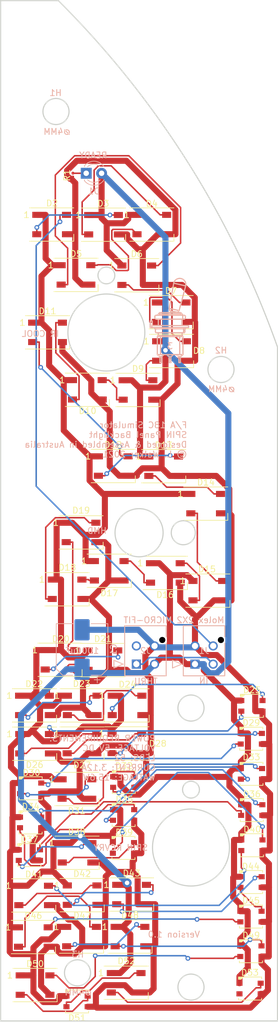
<source format=kicad_pcb>
(kicad_pcb (version 20171130) (host pcbnew "(5.1.6)-1")
  (layers (0 F.Cu signal) (31 B.Cu signal) (34 B.Paste user) (35 F.Paste user) (36 B.SilkS user) (37 F.SilkS user) (38 B.Mask user) (39 F.Mask user) (44 Edge.Cuts user))
  (net 0 "")
  (net 1 /LEDGND)
  (net 2 /LED+5V)
  (net 3 "Net-(D1-Pad1)")
  (net 4 "Net-(D2-Pad2)")
  (net 5 /DATAIN)
  (net 6 "Net-(D3-Pad2)")
  (net 7 "Net-(D4-Pad2)")
  (net 8 "Net-(D5-Pad2)")
  (net 9 "Net-(D6-Pad2)")
  (net 10 "Net-(D7-Pad2)")
  (net 11 "Net-(D8-Pad2)")
  (net 12 "Net-(D10-Pad4)")
  (net 13 "Net-(D10-Pad2)")
  (net 14 "Net-(D11-Pad2)")
  (net 15 "Net-(D12-Pad2)")
  (net 16 "Net-(D14-Pad2)")
  (net 17 "Net-(D15-Pad2)")
  (net 18 "Net-(D16-Pad2)")
  (net 19 "Net-(D17-Pad2)")
  (net 20 "Net-(D18-Pad2)")
  (net 21 "Net-(D19-Pad2)")
  (net 22 "Net-(D20-Pad2)")
  (net 23 "Net-(D21-Pad2)")
  (net 24 "Net-(D22-Pad2)")
  (net 25 "Net-(D23-Pad2)")
  (net 26 "Net-(D24-Pad2)")
  (net 27 "Net-(D26-Pad2)")
  (net 28 "Net-(D27-Pad2)")
  (net 29 "Net-(D28-Pad2)")
  (net 30 "Net-(D29-Pad2)")
  (net 31 "Net-(D30-Pad2)")
  (net 32 "Net-(D31-Pad2)")
  (net 33 "Net-(D32-Pad2)")
  (net 34 "Net-(D33-Pad2)")
  (net 35 "Net-(D34-Pad2)")
  (net 36 "Net-(D35-Pad2)")
  (net 37 "Net-(D36-Pad2)")
  (net 38 /DATAOUT)
  (net 39 /DATALOOP)
  (net 40 "Net-(D38-Pad2)")
  (net 41 "Net-(D39-Pad2)")
  (net 42 "Net-(D40-Pad2)")
  (net 43 "Net-(D41-Pad2)")
  (net 44 "Net-(D42-Pad2)")
  (net 45 "Net-(D43-Pad2)")
  (net 46 "Net-(D44-Pad2)")
  (net 47 "Net-(D45-Pad2)")
  (net 48 "Net-(D46-Pad2)")
  (net 49 "Net-(D47-Pad2)")
  (net 50 "Net-(D48-Pad2)")
  (net 51 "Net-(D50-Pad2)")
  (net 52 "Net-(D51-Pad2)")
  (net 53 "Net-(D52-Pad2)")
  (net 54 "Net-(D53-Pad2)")
  (net 55 "Net-(D13-Pad2)")
  (net 56 "Net-(D25-Pad2)")
  (net 57 "Net-(D37-Pad2)")
  (net 58 "Net-(D49-Pad2)")
  (module WS2812B:LED3535 (layer F.Cu) (at 271.808 156.475)
    (fp_text reference D53 (at -0.028 -2.6272) (layer F.SilkS))
    (fp_text value WS2812B)
    (pad 3 smd rect (at 1.75 0.875) (size 1 0.85) (layers F.Cu F.Paste F.Mask) (net 1 /LEDGND))
    (pad 2 smd rect (at -1.75 0.875) (size 1 0.85) (layers F.Cu F.Paste F.Mask) (net 54 "Net-(D53-Pad2)"))
    (pad 4 smd rect (at 1.75 -0.875) (size 1 0.85) (layers F.Cu F.Paste F.Mask) (net 53 "Net-(D52-Pad2)"))
    (pad 1 smd rect (at -1.75 -0.875) (size 1 0.85) (layers F.Cu F.Paste F.Mask) (net 2 /LED+5V))
  )
  (module WS2812B:LED3535 (layer F.Cu) (at 243.244 158.597)
    (fp_text reference D51 (at 0.0118 2.7184) (layer F.SilkS))
    (fp_text value WS2812B)
    (pad 3 smd rect (at 1.75 0.875) (size 1 0.85) (layers F.Cu F.Paste F.Mask) (net 1 /LEDGND))
    (pad 2 smd rect (at -1.75 0.875) (size 1 0.85) (layers F.Cu F.Paste F.Mask) (net 52 "Net-(D51-Pad2)"))
    (pad 4 smd rect (at 1.75 -0.875) (size 1 0.85) (layers F.Cu F.Paste F.Mask) (net 51 "Net-(D50-Pad2)"))
    (pad 1 smd rect (at -1.75 -0.875) (size 1 0.85) (layers F.Cu F.Paste F.Mask) (net 2 /LED+5V))
  )
  (module WS2812B:LED3535 (layer F.Cu) (at 271.946 150.317)
    (fp_text reference D49 (at 0.0372 -2.616) (layer F.SilkS))
    (fp_text value WS2812B)
    (pad 3 smd rect (at 1.75 0.875) (size 1 0.85) (layers F.Cu F.Paste F.Mask) (net 1 /LEDGND))
    (pad 2 smd rect (at -1.75 0.875) (size 1 0.85) (layers F.Cu F.Paste F.Mask) (net 58 "Net-(D49-Pad2)"))
    (pad 4 smd rect (at 1.75 -0.875) (size 1 0.85) (layers F.Cu F.Paste F.Mask) (net 50 "Net-(D48-Pad2)"))
    (pad 1 smd rect (at -1.75 -0.875) (size 1 0.85) (layers F.Cu F.Paste F.Mask) (net 2 /LED+5V))
  )
  (module WS2812B:LED3535 (layer F.Cu) (at 271.958 144.602)
    (fp_text reference D45 (at -0.0002 -2.616) (layer F.SilkS))
    (fp_text value WS2812B)
    (pad 3 smd rect (at 1.75 0.875) (size 1 0.85) (layers F.Cu F.Paste F.Mask) (net 1 /LEDGND))
    (pad 2 smd rect (at -1.75 0.875) (size 1 0.85) (layers F.Cu F.Paste F.Mask) (net 47 "Net-(D45-Pad2)"))
    (pad 4 smd rect (at 1.75 -0.875) (size 1 0.85) (layers F.Cu F.Paste F.Mask) (net 46 "Net-(D44-Pad2)"))
    (pad 1 smd rect (at -1.75 -0.875) (size 1 0.85) (layers F.Cu F.Paste F.Mask) (net 2 /LED+5V))
  )
  (module WS2812B:LED3535 (layer F.Cu) (at 271.972 138.912)
    (fp_text reference D44 (at -0.0396 -2.5654) (layer F.SilkS))
    (fp_text value WS2812B)
    (pad 3 smd rect (at 1.75 0.875) (size 1 0.85) (layers F.Cu F.Paste F.Mask) (net 1 /LEDGND))
    (pad 2 smd rect (at -1.75 0.875) (size 1 0.85) (layers F.Cu F.Paste F.Mask) (net 46 "Net-(D44-Pad2)"))
    (pad 4 smd rect (at 1.75 -0.875) (size 1 0.85) (layers F.Cu F.Paste F.Mask) (net 45 "Net-(D43-Pad2)"))
    (pad 1 smd rect (at -1.75 -0.875) (size 1 0.85) (layers F.Cu F.Paste F.Mask) (net 2 /LED+5V))
  )
  (module WS2812B:LED3535 (layer F.Cu) (at 272.11 132.842)
    (fp_text reference D40 (at 0.051 -2.6162) (layer F.SilkS))
    (fp_text value WS2812B)
    (pad 3 smd rect (at 1.75 0.875) (size 1 0.85) (layers F.Cu F.Paste F.Mask) (net 1 /LEDGND))
    (pad 2 smd rect (at -1.75 0.875) (size 1 0.85) (layers F.Cu F.Paste F.Mask) (net 42 "Net-(D40-Pad2)"))
    (pad 4 smd rect (at 1.75 -0.875) (size 1 0.85) (layers F.Cu F.Paste F.Mask) (net 41 "Net-(D39-Pad2)"))
    (pad 1 smd rect (at -1.75 -0.875) (size 1 0.85) (layers F.Cu F.Paste F.Mask) (net 2 /LED+5V))
  )
  (module WS2812B:LED3535 (layer F.Cu) (at 250.904 133.285)
    (fp_text reference D39 (at 0.127 -2.5654) (layer F.SilkS))
    (fp_text value WS2812B)
    (pad 3 smd rect (at 1.75 0.875) (size 1 0.85) (layers F.Cu F.Paste F.Mask) (net 1 /LEDGND))
    (pad 2 smd rect (at -1.75 0.875) (size 1 0.85) (layers F.Cu F.Paste F.Mask) (net 41 "Net-(D39-Pad2)"))
    (pad 4 smd rect (at 1.75 -0.875) (size 1 0.85) (layers F.Cu F.Paste F.Mask) (net 40 "Net-(D38-Pad2)"))
    (pad 1 smd rect (at -1.75 -0.875) (size 1 0.85) (layers F.Cu F.Paste F.Mask) (net 2 /LED+5V))
  )
  (module WS2812B:LED3535 (layer F.Cu) (at 235.368 134.467)
    (fp_text reference D37 (at 0.0138 -2.5902) (layer F.SilkS))
    (fp_text value WS2812B)
    (pad 3 smd rect (at 1.75 0.875) (size 1 0.85) (layers F.Cu F.Paste F.Mask) (net 1 /LEDGND))
    (pad 2 smd rect (at -1.75 0.875) (size 1 0.85) (layers F.Cu F.Paste F.Mask) (net 57 "Net-(D37-Pad2)"))
    (pad 4 smd rect (at 1.75 -0.875) (size 1 0.85) (layers F.Cu F.Paste F.Mask) (net 37 "Net-(D36-Pad2)"))
    (pad 1 smd rect (at -1.75 -0.875) (size 1 0.85) (layers F.Cu F.Paste F.Mask) (net 2 /LED+5V))
  )
  (module WS2812B:LED3535 (layer F.Cu) (at 272.087 127.037)
    (fp_text reference D36 (at 0.0232 -2.6278) (layer F.SilkS))
    (fp_text value WS2812B)
    (pad 3 smd rect (at 1.75 0.875) (size 1 0.85) (layers F.Cu F.Paste F.Mask) (net 1 /LEDGND))
    (pad 2 smd rect (at -1.75 0.875) (size 1 0.85) (layers F.Cu F.Paste F.Mask) (net 37 "Net-(D36-Pad2)"))
    (pad 4 smd rect (at 1.75 -0.875) (size 1 0.85) (layers F.Cu F.Paste F.Mask) (net 36 "Net-(D35-Pad2)"))
    (pad 1 smd rect (at -1.75 -0.875) (size 1 0.85) (layers F.Cu F.Paste F.Mask) (net 2 /LED+5V))
  )
  (module WS2812B:LED3535 (layer F.Cu) (at 250.929 127.85)
    (fp_text reference D35 (at 0.127 -2.5654) (layer F.SilkS))
    (fp_text value WS2812B)
    (pad 3 smd rect (at 1.75 0.875) (size 1 0.85) (layers F.Cu F.Paste F.Mask) (net 1 /LEDGND))
    (pad 2 smd rect (at -1.75 0.875) (size 1 0.85) (layers F.Cu F.Paste F.Mask) (net 36 "Net-(D35-Pad2)"))
    (pad 4 smd rect (at 1.75 -0.875) (size 1 0.85) (layers F.Cu F.Paste F.Mask) (net 35 "Net-(D34-Pad2)"))
    (pad 1 smd rect (at -1.75 -0.875) (size 1 0.85) (layers F.Cu F.Paste F.Mask) (net 2 /LED+5V))
  )
  (module WS2812B:LED3535 (layer F.Cu) (at 235.573 129.083)
    (fp_text reference D34 (at 0.012 -2.6164) (layer F.SilkS))
    (fp_text value WS2812B)
    (pad 3 smd rect (at 1.75 0.875) (size 1 0.85) (layers F.Cu F.Paste F.Mask) (net 1 /LEDGND))
    (pad 2 smd rect (at -1.75 0.875) (size 1 0.85) (layers F.Cu F.Paste F.Mask) (net 35 "Net-(D34-Pad2)"))
    (pad 4 smd rect (at 1.75 -0.875) (size 1 0.85) (layers F.Cu F.Paste F.Mask) (net 34 "Net-(D33-Pad2)"))
    (pad 1 smd rect (at -1.75 -0.875) (size 1 0.85) (layers F.Cu F.Paste F.Mask) (net 2 /LED+5V))
  )
  (module WS2812B:LED3535 (layer F.Cu) (at 272.037 121.068)
    (fp_text reference D33 (at -0.003 -2.7548) (layer F.SilkS))
    (fp_text value WS2812B)
    (pad 3 smd rect (at 1.75 0.875) (size 1 0.85) (layers F.Cu F.Paste F.Mask) (net 1 /LEDGND))
    (pad 2 smd rect (at -1.75 0.875) (size 1 0.85) (layers F.Cu F.Paste F.Mask) (net 34 "Net-(D33-Pad2)"))
    (pad 4 smd rect (at 1.75 -0.875) (size 1 0.85) (layers F.Cu F.Paste F.Mask) (net 33 "Net-(D32-Pad2)"))
    (pad 1 smd rect (at -1.75 -0.875) (size 1 0.85) (layers F.Cu F.Paste F.Mask) (net 2 /LED+5V))
  )
  (module WS2812B:LED3535 (layer F.Cu) (at 250.955 122.414)
    (fp_text reference D32 (at 0.0224 -2.653) (layer F.SilkS))
    (fp_text value WS2812B)
    (pad 3 smd rect (at 1.75 0.875) (size 1 0.85) (layers F.Cu F.Paste F.Mask) (net 1 /LEDGND))
    (pad 2 smd rect (at -1.75 0.875) (size 1 0.85) (layers F.Cu F.Paste F.Mask) (net 33 "Net-(D32-Pad2)"))
    (pad 4 smd rect (at 1.75 -0.875) (size 1 0.85) (layers F.Cu F.Paste F.Mask) (net 32 "Net-(D31-Pad2)"))
    (pad 1 smd rect (at -1.75 -0.875) (size 1 0.85) (layers F.Cu F.Paste F.Mask) (net 2 /LED+5V))
  )
  (module WS2812B:LED3535 (layer F.Cu) (at 235.588 123.455)
    (fp_text reference D30 (at 0.127 -2.5654) (layer F.SilkS))
    (fp_text value WS2812B)
    (pad 3 smd rect (at 1.75 0.875) (size 1 0.85) (layers F.Cu F.Paste F.Mask) (net 1 /LEDGND))
    (pad 2 smd rect (at -1.75 0.875) (size 1 0.85) (layers F.Cu F.Paste F.Mask) (net 31 "Net-(D30-Pad2)"))
    (pad 4 smd rect (at 1.75 -0.875) (size 1 0.85) (layers F.Cu F.Paste F.Mask) (net 30 "Net-(D29-Pad2)"))
    (pad 1 smd rect (at -1.75 -0.875) (size 1 0.85) (layers F.Cu F.Paste F.Mask) (net 2 /LED+5V))
  )
  (module WS2812B:LED3535 (layer F.Cu) (at 272.006 115.277)
    (fp_text reference D29 (at 0.0026 -2.628) (layer F.SilkS))
    (fp_text value WS2812B)
    (pad 3 smd rect (at 1.75 0.875) (size 1 0.85) (layers F.Cu F.Paste F.Mask) (net 1 /LEDGND))
    (pad 2 smd rect (at -1.75 0.875) (size 1 0.85) (layers F.Cu F.Paste F.Mask) (net 30 "Net-(D29-Pad2)"))
    (pad 4 smd rect (at 1.75 -0.875) (size 1 0.85) (layers F.Cu F.Paste F.Mask) (net 29 "Net-(D28-Pad2)"))
    (pad 1 smd rect (at -1.75 -0.875) (size 1 0.85) (layers F.Cu F.Paste F.Mask) (net 2 /LED+5V))
  )
  (module WS2812B:LED3535 (layer F.Cu) (at 272.11 109.855)
    (fp_text reference D25 (at 0.0002 -2.6162) (layer F.SilkS))
    (fp_text value WS2812B)
    (pad 3 smd rect (at 1.75 0.875) (size 1 0.85) (layers F.Cu F.Paste F.Mask) (net 1 /LEDGND))
    (pad 2 smd rect (at -1.75 0.875) (size 1 0.85) (layers F.Cu F.Paste F.Mask) (net 56 "Net-(D25-Pad2)"))
    (pad 4 smd rect (at 1.75 -0.875) (size 1 0.85) (layers F.Cu F.Paste F.Mask) (net 26 "Net-(D24-Pad2)"))
    (pad 1 smd rect (at -1.75 -0.875) (size 1 0.85) (layers F.Cu F.Paste F.Mask) (net 2 /LED+5V))
  )
  (module "Kicad Footprint Files:100SpxToggle" (layer F.Cu) (at 259.131 47.6504)
    (fp_text reference G1 hide)
    (fp_text value LOGO hide)
  )
  (module LED_SMD:LED_WS2812B_PLCC4_5.0x5.0mm_P3.2mm (layer F.Cu) (at 251.347 155.524)
    (fp_text reference D52 (at 0.037 -3.5812) (layer F.SilkS))
    (fp_text value WS2812B)
    (fp_text user 1 (at -4.15 -1.6) (layer F.SilkS))
    (pad 1 smd rect (at -2.45 -1.6) (size 1.5 1) (layers F.Cu F.Paste F.Mask) (net 2 /LED+5V))
    (pad 2 smd rect (at -2.45 1.6) (size 1.5 1) (layers F.Cu F.Paste F.Mask) (net 53 "Net-(D52-Pad2)"))
    (pad 4 smd rect (at 2.45 -1.6) (size 1.5 1) (layers F.Cu F.Paste F.Mask) (net 52 "Net-(D51-Pad2)"))
    (pad 3 smd rect (at 2.45 1.6) (size 1.5 1) (layers F.Cu F.Paste F.Mask) (net 1 /LEDGND))
  )
  (module LED_SMD:LED_WS2812B_PLCC4_5.0x5.0mm_P3.2mm (layer F.Cu) (at 236.308 155.905)
    (fp_text reference D50 (at 0 -3.5) (layer F.SilkS))
    (fp_text value WS2812B)
    (fp_text user 1 (at -4.15 -1.6) (layer F.SilkS))
    (pad 1 smd rect (at -2.45 -1.6) (size 1.5 1) (layers F.Cu F.Paste F.Mask) (net 2 /LED+5V))
    (pad 2 smd rect (at -2.45 1.6) (size 1.5 1) (layers F.Cu F.Paste F.Mask) (net 51 "Net-(D50-Pad2)"))
    (pad 4 smd rect (at 2.45 -1.6) (size 1.5 1) (layers F.Cu F.Paste F.Mask) (net 58 "Net-(D49-Pad2)"))
    (pad 3 smd rect (at 2.45 1.6) (size 1.5 1) (layers F.Cu F.Paste F.Mask) (net 1 /LEDGND))
  )
  (module LED_SMD:LED_WS2812B_PLCC4_5.0x5.0mm_P3.2mm (layer F.Cu) (at 251.982 147.904)
    (fp_text reference D48 (at 0 -3.5) (layer F.SilkS))
    (fp_text value WS2812B)
    (fp_text user 1 (at -4.15 -1.6) (layer F.SilkS))
    (pad 1 smd rect (at -2.45 -1.6) (size 1.5 1) (layers F.Cu F.Paste F.Mask) (net 2 /LED+5V))
    (pad 2 smd rect (at -2.45 1.6) (size 1.5 1) (layers F.Cu F.Paste F.Mask) (net 50 "Net-(D48-Pad2)"))
    (pad 4 smd rect (at 2.45 -1.6) (size 1.5 1) (layers F.Cu F.Paste F.Mask) (net 49 "Net-(D47-Pad2)"))
    (pad 3 smd rect (at 2.45 1.6) (size 1.5 1) (layers F.Cu F.Paste F.Mask) (net 1 /LEDGND))
  )
  (module LED_SMD:LED_WS2812B_PLCC4_5.0x5.0mm_P3.2mm (layer F.Cu) (at 243.981 147.904)
    (fp_text reference D47 (at 0.1132 -3.4796) (layer F.SilkS))
    (fp_text value WS2812B)
    (fp_text user 1 (at -4.15 -1.6) (layer F.SilkS))
    (pad 1 smd rect (at -2.45 -1.6) (size 1.5 1) (layers F.Cu F.Paste F.Mask) (net 2 /LED+5V))
    (pad 2 smd rect (at -2.45 1.6) (size 1.5 1) (layers F.Cu F.Paste F.Mask) (net 49 "Net-(D47-Pad2)"))
    (pad 4 smd rect (at 2.45 -1.6) (size 1.5 1) (layers F.Cu F.Paste F.Mask) (net 48 "Net-(D46-Pad2)"))
    (pad 3 smd rect (at 2.45 1.6) (size 1.5 1) (layers F.Cu F.Paste F.Mask) (net 1 /LEDGND))
  )
  (module LED_SMD:LED_WS2812B_PLCC4_5.0x5.0mm_P3.2mm (layer F.Cu) (at 236.028 147.981)
    (fp_text reference D46 (at 0 -3.5) (layer F.SilkS))
    (fp_text value WS2812B)
    (fp_text user 1 (at -4.15 -1.6) (layer F.SilkS))
    (pad 1 smd rect (at -2.45 -1.6) (size 1.5 1) (layers F.Cu F.Paste F.Mask) (net 2 /LED+5V))
    (pad 2 smd rect (at -2.45 1.6) (size 1.5 1) (layers F.Cu F.Paste F.Mask) (net 48 "Net-(D46-Pad2)"))
    (pad 4 smd rect (at 2.45 -1.6) (size 1.5 1) (layers F.Cu F.Paste F.Mask) (net 47 "Net-(D45-Pad2)"))
    (pad 3 smd rect (at 2.45 1.6) (size 1.5 1) (layers F.Cu F.Paste F.Mask) (net 1 /LEDGND))
  )
  (module LED_SMD:LED_WS2812B_PLCC4_5.0x5.0mm_P3.2mm (layer F.Cu) (at 252.247 140.97)
    (fp_text reference D43 (at 0 -3.5) (layer F.SilkS))
    (fp_text value WS2812B)
    (fp_text user 1 (at -4.15 -1.6) (layer F.SilkS))
    (pad 1 smd rect (at -2.45 -1.6) (size 1.5 1) (layers F.Cu F.Paste F.Mask) (net 2 /LED+5V))
    (pad 2 smd rect (at -2.45 1.6) (size 1.5 1) (layers F.Cu F.Paste F.Mask) (net 45 "Net-(D43-Pad2)"))
    (pad 4 smd rect (at 2.45 -1.6) (size 1.5 1) (layers F.Cu F.Paste F.Mask) (net 44 "Net-(D42-Pad2)"))
    (pad 3 smd rect (at 2.45 1.6) (size 1.5 1) (layers F.Cu F.Paste F.Mask) (net 1 /LEDGND))
  )
  (module LED_SMD:LED_WS2812B_PLCC4_5.0x5.0mm_P3.2mm (layer F.Cu) (at 244.08 141.071)
    (fp_text reference D42 (at 0 -3.5) (layer F.SilkS))
    (fp_text value WS2812B)
    (fp_text user 1 (at -4.15 -1.6) (layer F.SilkS))
    (pad 1 smd rect (at -2.45 -1.6) (size 1.5 1) (layers F.Cu F.Paste F.Mask) (net 2 /LED+5V))
    (pad 2 smd rect (at -2.45 1.6) (size 1.5 1) (layers F.Cu F.Paste F.Mask) (net 44 "Net-(D42-Pad2)"))
    (pad 4 smd rect (at 2.45 -1.6) (size 1.5 1) (layers F.Cu F.Paste F.Mask) (net 43 "Net-(D41-Pad2)"))
    (pad 3 smd rect (at 2.45 1.6) (size 1.5 1) (layers F.Cu F.Paste F.Mask) (net 1 /LEDGND))
  )
  (module LED_SMD:LED_WS2812B_PLCC4_5.0x5.0mm_P3.2mm (layer F.Cu) (at 236.081 141.122)
    (fp_text reference D41 (at 0.0508 -3.4798) (layer F.SilkS))
    (fp_text value WS2812B)
    (fp_text user 1 (at -4.15 -1.6) (layer F.SilkS))
    (pad 1 smd rect (at -2.45 -1.6) (size 1.5 1) (layers F.Cu F.Paste F.Mask) (net 2 /LED+5V))
    (pad 2 smd rect (at -2.45 1.6) (size 1.5 1) (layers F.Cu F.Paste F.Mask) (net 43 "Net-(D41-Pad2)"))
    (pad 4 smd rect (at 2.45 -1.6) (size 1.5 1) (layers F.Cu F.Paste F.Mask) (net 42 "Net-(D40-Pad2)"))
    (pad 3 smd rect (at 2.45 1.6) (size 1.5 1) (layers F.Cu F.Paste F.Mask) (net 1 /LEDGND))
  )
  (module LED_SMD:LED_WS2812B_PLCC4_5.0x5.0mm_P3.2mm (layer F.Cu) (at 243.244 134.087)
    (fp_text reference D38 (at -0.0392 -3.4542) (layer F.SilkS))
    (fp_text value WS2812B)
    (fp_text user 1 (at -4.15 -1.6) (layer F.SilkS))
    (pad 1 smd rect (at -2.45 -1.6) (size 1.5 1) (layers F.Cu F.Paste F.Mask) (net 2 /LED+5V))
    (pad 2 smd rect (at -2.45 1.6) (size 1.5 1) (layers F.Cu F.Paste F.Mask) (net 40 "Net-(D38-Pad2)"))
    (pad 4 smd rect (at 2.45 -1.6) (size 1.5 1) (layers F.Cu F.Paste F.Mask) (net 57 "Net-(D37-Pad2)"))
    (pad 3 smd rect (at 2.45 1.6) (size 1.5 1) (layers F.Cu F.Paste F.Mask) (net 1 /LEDGND))
  )
  (module Resistor_SMD:R_0201_0603Metric (layer F.Cu) (at 242.545 22.3266 270)
    (fp_text reference R1 (at 0.0356 0.965 90) (layer F.SilkS))
    (fp_text value R)
    (pad 2 smd roundrect (at 0.32 0 270) (size 0.46 0.4) (layers F.Cu F.Mask) (net 1 /LEDGND))
    (pad 1 smd roundrect (at -0.32 0 270) (size 0.46 0.4) (layers F.Cu F.Mask) (net 3 "Net-(D1-Pad1)"))
  )
  (module footprints:Molex_MicroFit_2X2 (layer B.Cu) (at 253.035 102.974 180)
    (fp_text reference J2 (at -1.495006 2.199999) (layer B.SilkS) (effects (justify mirror)))
    (fp_text value Conn_01x04_Female hide)
    (fp_text user * (at 0 0) (layer B.SilkS) (effects (justify mirror)))
    (pad 5 np_thru_hole circle (at -4.279999 3.98 180) (size 1.02 1.02) (drill 1.016) (layers))
    (pad 4 thru_hole circle (at -2.999999 2.999999 180) (size 1.52 1.52) (drill 1.016) (layers *.Cu *.Mask) (net 1 /LEDGND))
    (pad 3 thru_hole circle (at 0 2.999999 90) (size 1.52 1.52) (drill 1.016) (layers *.Cu *.Mask) (net 38 /DATAOUT))
    (pad 2 thru_hole circle (at -2.999999 0 180) (size 1.52 1.52) (drill 1.016) (layers *.Cu *.Mask) (net 2 /LED+5V))
    (pad 1 thru_hole rect (at 0 0 90) (size 1.52 1.52) (drill 1.016) (layers *.Cu *.Mask) (net 39 /DATALOOP))
  )
  (module footprints:Molex_MicroFit_2X2 (layer B.Cu) (at 262.712 102.974 180)
    (fp_text reference J1 (at -1.495006 2.199999 180) (layer B.SilkS) (effects (justify mirror)))
    (fp_text value Conn_01x04_Female hide)
    (fp_text user * (at 0 0 180) (layer B.SilkS) (effects (justify mirror)))
    (pad 5 np_thru_hole circle (at -4.279999 3.98 180) (size 1.02 1.02) (drill 1.016) (layers))
    (pad 4 thru_hole circle (at -2.999999 2.999999 180) (size 1.52 1.52) (drill 1.016) (layers *.Cu *.Mask) (net 5 /DATAIN))
    (pad 3 thru_hole circle (at 0 2.999999 90) (size 1.52 1.52) (drill 1.016) (layers *.Cu *.Mask) (net 1 /LEDGND))
    (pad 2 thru_hole circle (at -2.999999 0 180) (size 1.52 1.52) (drill 1.016) (layers *.Cu *.Mask) (net 39 /DATALOOP))
    (pad 1 thru_hole rect (at 0 0 90) (size 1.52 1.52) (drill 1.016) (layers *.Cu *.Mask) (net 2 /LED+5V))
  )
  (module LED_SMD:LED_WS2812B_PLCC4_5.0x5.0mm_P3.2mm (layer F.Cu) (at 243.219 123.571)
    (fp_text reference D31 (at -0.0392 3.607) (layer F.SilkS))
    (fp_text value WS2812B)
    (fp_text user 1 (at -4.15 -1.6) (layer F.SilkS))
    (pad 1 smd rect (at -2.45 -1.6) (size 1.5 1) (layers F.Cu F.Paste F.Mask) (net 2 /LED+5V))
    (pad 2 smd rect (at -2.45 1.6) (size 1.5 1) (layers F.Cu F.Paste F.Mask) (net 32 "Net-(D31-Pad2)"))
    (pad 4 smd rect (at 2.45 -1.6) (size 1.5 1) (layers F.Cu F.Paste F.Mask) (net 31 "Net-(D30-Pad2)"))
    (pad 3 smd rect (at 2.45 1.6) (size 1.5 1) (layers F.Cu F.Paste F.Mask) (net 1 /LEDGND))
  )
  (module LED_SMD:LED_WS2812B_PLCC4_5.0x5.0mm_P3.2mm (layer F.Cu) (at 251.474 116.053)
    (fp_text reference D28 (at 5.0916 0.0252) (layer F.SilkS))
    (fp_text value WS2812B)
    (fp_text user 1 (at -4.15 -1.6) (layer F.SilkS))
    (pad 1 smd rect (at -2.45 -1.6) (size 1.5 1) (layers F.Cu F.Paste F.Mask) (net 2 /LED+5V))
    (pad 2 smd rect (at -2.45 1.6) (size 1.5 1) (layers F.Cu F.Paste F.Mask) (net 29 "Net-(D28-Pad2)"))
    (pad 4 smd rect (at 2.45 -1.6) (size 1.5 1) (layers F.Cu F.Paste F.Mask) (net 28 "Net-(D27-Pad2)"))
    (pad 3 smd rect (at 2.45 1.6) (size 1.5 1) (layers F.Cu F.Paste F.Mask) (net 1 /LEDGND))
  )
  (module LED_SMD:LED_WS2812B_PLCC4_5.0x5.0mm_P3.2mm (layer F.Cu) (at 244.057 116.078)
    (fp_text reference D27 (at 0.0116 3.5558) (layer F.SilkS))
    (fp_text value WS2812B)
    (fp_text user 1 (at -4.15 -1.6) (layer F.SilkS))
    (pad 1 smd rect (at -2.45 -1.6) (size 1.5 1) (layers F.Cu F.Paste F.Mask) (net 2 /LED+5V))
    (pad 2 smd rect (at -2.45 1.6) (size 1.5 1) (layers F.Cu F.Paste F.Mask) (net 28 "Net-(D27-Pad2)"))
    (pad 4 smd rect (at 2.45 -1.6) (size 1.5 1) (layers F.Cu F.Paste F.Mask) (net 27 "Net-(D26-Pad2)"))
    (pad 3 smd rect (at 2.45 1.6) (size 1.5 1) (layers F.Cu F.Paste F.Mask) (net 1 /LEDGND))
  )
  (module LED_SMD:LED_WS2812B_PLCC4_5.0x5.0mm_P3.2mm (layer F.Cu) (at 236.234 116.103)
    (fp_text reference D26 (at 0 3.48) (layer F.SilkS))
    (fp_text value WS2812B)
    (fp_text user 1 (at -4.15 -1.6) (layer F.SilkS))
    (pad 1 smd rect (at -2.45 -1.6) (size 1.5 1) (layers F.Cu F.Paste F.Mask) (net 2 /LED+5V))
    (pad 2 smd rect (at -2.45 1.6) (size 1.5 1) (layers F.Cu F.Paste F.Mask) (net 27 "Net-(D26-Pad2)"))
    (pad 4 smd rect (at 2.45 -1.6) (size 1.5 1) (layers F.Cu F.Paste F.Mask) (net 56 "Net-(D25-Pad2)"))
    (pad 3 smd rect (at 2.45 1.6) (size 1.5 1) (layers F.Cu F.Paste F.Mask) (net 1 /LEDGND))
  )
  (module LED_SMD:LED_WS2812B_PLCC4_5.0x5.0mm_P3.2mm (layer F.Cu) (at 251.499 109.779)
    (fp_text reference D24 (at 0.0624 -3.4546) (layer F.SilkS))
    (fp_text value WS2812B)
    (fp_text user 1 (at -4.15 -1.6) (layer F.SilkS))
    (pad 1 smd rect (at -2.45 -1.6) (size 1.5 1) (layers F.Cu F.Paste F.Mask) (net 2 /LED+5V))
    (pad 2 smd rect (at -2.45 1.6) (size 1.5 1) (layers F.Cu F.Paste F.Mask) (net 26 "Net-(D24-Pad2)"))
    (pad 4 smd rect (at 2.45 -1.6) (size 1.5 1) (layers F.Cu F.Paste F.Mask) (net 25 "Net-(D23-Pad2)"))
    (pad 3 smd rect (at 2.45 1.6) (size 1.5 1) (layers F.Cu F.Paste F.Mask) (net 1 /LEDGND))
  )
  (module LED_SMD:LED_WS2812B_PLCC4_5.0x5.0mm_P3.2mm (layer F.Cu) (at 244.094 109.779)
    (fp_text reference D23 (at -0.09 -3.5558) (layer F.SilkS))
    (fp_text value WS2812B)
    (fp_text user 1 (at -4.15 -1.6) (layer F.SilkS))
    (pad 1 smd rect (at -2.45 -1.6) (size 1.5 1) (layers F.Cu F.Paste F.Mask) (net 2 /LED+5V))
    (pad 2 smd rect (at -2.45 1.6) (size 1.5 1) (layers F.Cu F.Paste F.Mask) (net 25 "Net-(D23-Pad2)"))
    (pad 4 smd rect (at 2.45 -1.6) (size 1.5 1) (layers F.Cu F.Paste F.Mask) (net 24 "Net-(D22-Pad2)"))
    (pad 3 smd rect (at 2.45 1.6) (size 1.5 1) (layers F.Cu F.Paste F.Mask) (net 1 /LEDGND))
  )
  (module LED_SMD:LED_WS2812B_PLCC4_5.0x5.0mm_P3.2mm (layer F.Cu) (at 236.208 109.779)
    (fp_text reference D22 (at -0.0392 -3.5304) (layer F.SilkS))
    (fp_text value WS2812B)
    (fp_text user 1 (at -4.15 -1.6) (layer F.SilkS))
    (pad 1 smd rect (at -2.45 -1.6) (size 1.5 1) (layers F.Cu F.Paste F.Mask) (net 2 /LED+5V))
    (pad 2 smd rect (at -2.45 1.6) (size 1.5 1) (layers F.Cu F.Paste F.Mask) (net 24 "Net-(D22-Pad2)"))
    (pad 4 smd rect (at 2.45 -1.6) (size 1.5 1) (layers F.Cu F.Paste F.Mask) (net 23 "Net-(D21-Pad2)"))
    (pad 3 smd rect (at 2.45 1.6) (size 1.5 1) (layers F.Cu F.Paste F.Mask) (net 1 /LEDGND))
  )
  (module LED_SMD:LED_WS2812B_PLCC4_5.0x5.0mm_P3.2mm (layer F.Cu) (at 247.511 102.311)
    (fp_text reference D21 (at 0 -3.5) (layer F.SilkS))
    (fp_text value WS2812B)
    (fp_text user 1 (at -4.15 -1.6) (layer F.SilkS))
    (pad 1 smd rect (at -2.45 -1.6) (size 1.5 1) (layers F.Cu F.Paste F.Mask) (net 2 /LED+5V))
    (pad 2 smd rect (at -2.45 1.6) (size 1.5 1) (layers F.Cu F.Paste F.Mask) (net 23 "Net-(D21-Pad2)"))
    (pad 4 smd rect (at 2.45 -1.6) (size 1.5 1) (layers F.Cu F.Paste F.Mask) (net 22 "Net-(D20-Pad2)"))
    (pad 3 smd rect (at 2.45 1.6) (size 1.5 1) (layers F.Cu F.Paste F.Mask) (net 1 /LEDGND))
  )
  (module LED_SMD:LED_WS2812B_PLCC4_5.0x5.0mm_P3.2mm (layer F.Cu) (at 240.425 102.26)
    (fp_text reference D20 (at 0.1386 -3.4288) (layer F.SilkS))
    (fp_text value WS2812B)
    (fp_text user 1 (at -4.15 -1.6) (layer F.SilkS))
    (pad 1 smd rect (at -2.45 -1.6) (size 1.5 1) (layers F.Cu F.Paste F.Mask) (net 2 /LED+5V))
    (pad 2 smd rect (at -2.45 1.6) (size 1.5 1) (layers F.Cu F.Paste F.Mask) (net 22 "Net-(D20-Pad2)"))
    (pad 4 smd rect (at 2.45 -1.6) (size 1.5 1) (layers F.Cu F.Paste F.Mask) (net 21 "Net-(D19-Pad2)"))
    (pad 3 smd rect (at 2.45 1.6) (size 1.5 1) (layers F.Cu F.Paste F.Mask) (net 1 /LEDGND))
  )
  (module LED_SMD:LED_WS2812B_PLCC4_5.0x5.0mm_P3.2mm (layer F.Cu) (at 243.902 81.2544)
    (fp_text reference D19 (at 0.0138 -3.632) (layer F.SilkS))
    (fp_text value WS2812B)
    (fp_text user 1 (at -4.15 -1.6) (layer F.SilkS))
    (pad 1 smd rect (at -2.45 -1.6) (size 1.5 1) (layers F.Cu F.Paste F.Mask) (net 2 /LED+5V))
    (pad 2 smd rect (at -2.45 1.6) (size 1.5 1) (layers F.Cu F.Paste F.Mask) (net 21 "Net-(D19-Pad2)"))
    (pad 4 smd rect (at 2.45 -1.6) (size 1.5 1) (layers F.Cu F.Paste F.Mask) (net 20 "Net-(D18-Pad2)"))
    (pad 3 smd rect (at 2.45 1.6) (size 1.5 1) (layers F.Cu F.Paste F.Mask) (net 1 /LEDGND))
  )
  (module LED_SMD:LED_WS2812B_PLCC4_5.0x5.0mm_P3.2mm (layer F.Cu) (at 241.593 90.627)
    (fp_text reference D18 (at 0.037 -3.5812) (layer F.SilkS))
    (fp_text value WS2812B)
    (fp_text user 1 (at -4.15 -1.6) (layer F.SilkS))
    (pad 1 smd rect (at -2.45 -1.6) (size 1.5 1) (layers F.Cu F.Paste F.Mask) (net 2 /LED+5V))
    (pad 2 smd rect (at -2.45 1.6) (size 1.5 1) (layers F.Cu F.Paste F.Mask) (net 20 "Net-(D18-Pad2)"))
    (pad 4 smd rect (at 2.45 -1.6) (size 1.5 1) (layers F.Cu F.Paste F.Mask) (net 19 "Net-(D17-Pad2)"))
    (pad 3 smd rect (at 2.45 1.6) (size 1.5 1) (layers F.Cu F.Paste F.Mask) (net 1 /LEDGND))
  )
  (module LED_SMD:LED_WS2812B_PLCC4_5.0x5.0mm_P3.2mm (layer F.Cu) (at 248.553 87.579)
    (fp_text reference D17 (at 0 3.683) (layer F.SilkS))
    (fp_text value WS2812B)
    (fp_text user 1 (at -4.15 -1.6) (layer F.SilkS))
    (pad 1 smd rect (at -2.45 -1.6) (size 1.5 1) (layers F.Cu F.Paste F.Mask) (net 2 /LED+5V))
    (pad 2 smd rect (at -2.45 1.6) (size 1.5 1) (layers F.Cu F.Paste F.Mask) (net 19 "Net-(D17-Pad2)"))
    (pad 4 smd rect (at 2.45 -1.6) (size 1.5 1) (layers F.Cu F.Paste F.Mask) (net 18 "Net-(D16-Pad2)"))
    (pad 3 smd rect (at 2.45 1.6) (size 1.5 1) (layers F.Cu F.Paste F.Mask) (net 1 /LEDGND))
  )
  (module LED_SMD:LED_WS2812B_PLCC4_5.0x5.0mm_P3.2mm (layer F.Cu) (at 257.824 87.9346)
    (fp_text reference D16 (at -0.0392 3.607) (layer F.SilkS))
    (fp_text value WS2812B)
    (fp_text user 1 (at -4.15 -1.6) (layer F.SilkS))
    (pad 1 smd rect (at -2.45 -1.6) (size 1.5 1) (layers F.Cu F.Paste F.Mask) (net 2 /LED+5V))
    (pad 2 smd rect (at -2.45 1.6) (size 1.5 1) (layers F.Cu F.Paste F.Mask) (net 18 "Net-(D16-Pad2)"))
    (pad 4 smd rect (at 2.45 -1.6) (size 1.5 1) (layers F.Cu F.Paste F.Mask) (net 17 "Net-(D15-Pad2)"))
    (pad 3 smd rect (at 2.45 1.6) (size 1.5 1) (layers F.Cu F.Paste F.Mask) (net 1 /LEDGND))
  )
  (module LED_SMD:LED_WS2812B_PLCC4_5.0x5.0mm_P3.2mm (layer F.Cu) (at 264.834 90.8556)
    (fp_text reference D15 (at -0.1386 -3.5304) (layer F.SilkS))
    (fp_text value WS2812B)
    (fp_text user 1 (at -4.15 -1.6) (layer F.SilkS))
    (pad 1 smd rect (at -2.45 -1.6) (size 1.5 1) (layers F.Cu F.Paste F.Mask) (net 2 /LED+5V))
    (pad 2 smd rect (at -2.45 1.6) (size 1.5 1) (layers F.Cu F.Paste F.Mask) (net 17 "Net-(D15-Pad2)"))
    (pad 4 smd rect (at 2.45 -1.6) (size 1.5 1) (layers F.Cu F.Paste F.Mask) (net 16 "Net-(D14-Pad2)"))
    (pad 3 smd rect (at 2.45 1.6) (size 1.5 1) (layers F.Cu F.Paste F.Mask) (net 1 /LEDGND))
  )
  (module LED_SMD:LED_WS2812B_PLCC4_5.0x5.0mm_P3.2mm (layer F.Cu) (at 264.479 76.5046)
    (fp_text reference D14 (at 0.037 -3.5054) (layer F.SilkS))
    (fp_text value WS2812B)
    (fp_text user 1 (at -4.15 -1.6) (layer F.SilkS))
    (pad 1 smd rect (at -2.45 -1.6) (size 1.5 1) (layers F.Cu F.Paste F.Mask) (net 2 /LED+5V))
    (pad 2 smd rect (at -2.45 1.6) (size 1.5 1) (layers F.Cu F.Paste F.Mask) (net 16 "Net-(D14-Pad2)"))
    (pad 4 smd rect (at 2.45 -1.6) (size 1.5 1) (layers F.Cu F.Paste F.Mask) (net 55 "Net-(D13-Pad2)"))
    (pad 3 smd rect (at 2.45 1.6) (size 1.5 1) (layers F.Cu F.Paste F.Mask) (net 1 /LEDGND))
  )
  (module LED_SMD:LED_WS2812B_PLCC4_5.0x5.0mm_P3.2mm (layer F.Cu) (at 257.544 70.3324)
    (fp_text reference D13 (at -0.0138 -3.4542) (layer F.SilkS))
    (fp_text value WS2812B)
    (fp_text user 1 (at -4.15 -1.6) (layer F.SilkS))
    (pad 1 smd rect (at -2.45 -1.6) (size 1.5 1) (layers F.Cu F.Paste F.Mask) (net 2 /LED+5V))
    (pad 2 smd rect (at -2.45 1.6) (size 1.5 1) (layers F.Cu F.Paste F.Mask) (net 55 "Net-(D13-Pad2)"))
    (pad 4 smd rect (at 2.45 -1.6) (size 1.5 1) (layers F.Cu F.Paste F.Mask) (net 15 "Net-(D12-Pad2)"))
    (pad 3 smd rect (at 2.45 1.6) (size 1.5 1) (layers F.Cu F.Paste F.Mask) (net 1 /LEDGND))
  )
  (module LED_SMD:LED_WS2812B_PLCC4_5.0x5.0mm_P3.2mm (layer F.Cu) (at 249.213 70.307)
    (fp_text reference D12 (at 0 -3.5) (layer F.SilkS))
    (fp_text value WS2812B)
    (fp_text user 1 (at -4.15 -1.6) (layer F.SilkS))
    (pad 1 smd rect (at -2.45 -1.6) (size 1.5 1) (layers F.Cu F.Paste F.Mask) (net 2 /LED+5V))
    (pad 2 smd rect (at -2.45 1.6) (size 1.5 1) (layers F.Cu F.Paste F.Mask) (net 15 "Net-(D12-Pad2)"))
    (pad 4 smd rect (at 2.45 -1.6) (size 1.5 1) (layers F.Cu F.Paste F.Mask) (net 14 "Net-(D11-Pad2)"))
    (pad 3 smd rect (at 2.45 1.6) (size 1.5 1) (layers F.Cu F.Paste F.Mask) (net 1 /LEDGND))
  )
  (module LED_SMD:LED_WS2812B_PLCC4_5.0x5.0mm_P3.2mm (layer F.Cu) (at 238.367 48.2598)
    (fp_text reference D11 (at 0 -3.5) (layer F.SilkS))
    (fp_text value WS2812B)
    (fp_text user 1 (at -4.15 -1.6) (layer F.SilkS))
    (pad 1 smd rect (at -2.45 -1.6) (size 1.5 1) (layers F.Cu F.Paste F.Mask) (net 2 /LED+5V))
    (pad 2 smd rect (at -2.45 1.6) (size 1.5 1) (layers F.Cu F.Paste F.Mask) (net 14 "Net-(D11-Pad2)"))
    (pad 4 smd rect (at 2.45 -1.6) (size 1.5 1) (layers F.Cu F.Paste F.Mask) (net 13 "Net-(D10-Pad2)"))
    (pad 3 smd rect (at 2.45 1.6) (size 1.5 1) (layers F.Cu F.Paste F.Mask) (net 1 /LEDGND))
  )
  (module LED_SMD:LED_WS2812B_PLCC4_5.0x5.0mm_P3.2mm (layer F.Cu) (at 244.944 57.734)
    (fp_text reference D10 (at 0.0392 3.48) (layer F.SilkS))
    (fp_text value WS2812B)
    (fp_text user 1 (at -4.15 -1.6) (layer F.SilkS))
    (pad 1 smd rect (at -2.45 -1.6) (size 1.5 1) (layers F.Cu F.Paste F.Mask) (net 2 /LED+5V))
    (pad 2 smd rect (at -2.45 1.6) (size 1.5 1) (layers F.Cu F.Paste F.Mask) (net 13 "Net-(D10-Pad2)"))
    (pad 4 smd rect (at 2.45 -1.6) (size 1.5 1) (layers F.Cu F.Paste F.Mask) (net 12 "Net-(D10-Pad4)"))
    (pad 3 smd rect (at 2.45 1.6) (size 1.5 1) (layers F.Cu F.Paste F.Mask) (net 1 /LEDGND))
  )
  (module LED_SMD:LED_WS2812B_PLCC4_5.0x5.0mm_P3.2mm (layer F.Cu) (at 253.303 57.7598)
    (fp_text reference D9 (at 0 -3.5) (layer F.SilkS))
    (fp_text value WS2812B)
    (fp_text user 1 (at -4.15 -1.6) (layer F.SilkS))
    (pad 1 smd rect (at -2.45 -1.6) (size 1.5 1) (layers F.Cu F.Paste F.Mask) (net 2 /LED+5V))
    (pad 2 smd rect (at -2.45 1.6) (size 1.5 1) (layers F.Cu F.Paste F.Mask) (net 12 "Net-(D10-Pad4)"))
    (pad 4 smd rect (at 2.45 -1.6) (size 1.5 1) (layers F.Cu F.Paste F.Mask) (net 11 "Net-(D8-Pad2)"))
    (pad 3 smd rect (at 2.45 1.6) (size 1.5 1) (layers F.Cu F.Paste F.Mask) (net 1 /LEDGND))
  )
  (module LED_SMD:LED_WS2812B_PLCC4_5.0x5.0mm_P3.2mm (layer F.Cu) (at 258.838 51.3336)
    (fp_text reference D8 (at 4.535 -0.051) (layer F.SilkS))
    (fp_text value WS2812B)
    (fp_text user 1 (at -4.15 -1.6) (layer F.SilkS))
    (pad 1 smd rect (at -2.45 -1.6) (size 1.5 1) (layers F.Cu F.Paste F.Mask) (net 2 /LED+5V))
    (pad 2 smd rect (at -2.45 1.6) (size 1.5 1) (layers F.Cu F.Paste F.Mask) (net 11 "Net-(D8-Pad2)"))
    (pad 4 smd rect (at 2.45 -1.6) (size 1.5 1) (layers F.Cu F.Paste F.Mask) (net 10 "Net-(D7-Pad2)"))
    (pad 3 smd rect (at 2.45 1.6) (size 1.5 1) (layers F.Cu F.Paste F.Mask) (net 1 /LEDGND))
  )
  (module LED_SMD:LED_WS2812B_PLCC4_5.0x5.0mm_P3.2mm (layer F.Cu) (at 258.775 44.9326)
    (fp_text reference D7 (at -0.0254 -3.5306) (layer F.SilkS))
    (fp_text value WS2812B)
    (fp_text user 1 (at -4.15 -1.6) (layer F.SilkS))
    (pad 1 smd rect (at -2.45 -1.6) (size 1.5 1) (layers F.Cu F.Paste F.Mask) (net 2 /LED+5V))
    (pad 2 smd rect (at -2.45 1.6) (size 1.5 1) (layers F.Cu F.Paste F.Mask) (net 10 "Net-(D7-Pad2)"))
    (pad 4 smd rect (at 2.45 -1.6) (size 1.5 1) (layers F.Cu F.Paste F.Mask) (net 9 "Net-(D6-Pad2)"))
    (pad 3 smd rect (at 2.45 1.6) (size 1.5 1) (layers F.Cu F.Paste F.Mask) (net 1 /LEDGND))
  )
  (module LED_SMD:LED_WS2812B_PLCC4_5.0x5.0mm_P3.2mm (layer F.Cu) (at 253.099 38.8368)
    (fp_text reference D6 (at 0 -3.5) (layer F.SilkS))
    (fp_text value WS2812B)
    (fp_text user 1 (at -4.15 -1.6) (layer F.SilkS))
    (pad 1 smd rect (at -2.45 -1.6) (size 1.5 1) (layers F.Cu F.Paste F.Mask) (net 2 /LED+5V))
    (pad 2 smd rect (at -2.45 1.6) (size 1.5 1) (layers F.Cu F.Paste F.Mask) (net 9 "Net-(D6-Pad2)"))
    (pad 4 smd rect (at 2.45 -1.6) (size 1.5 1) (layers F.Cu F.Paste F.Mask) (net 8 "Net-(D5-Pad2)"))
    (pad 3 smd rect (at 2.45 1.6) (size 1.5 1) (layers F.Cu F.Paste F.Mask) (net 1 /LEDGND))
  )
  (module LED_SMD:LED_WS2812B_PLCC4_5.0x5.0mm_P3.2mm (layer F.Cu) (at 243.066 38.7856)
    (fp_text reference D5 (at 0.0254 -3.4798) (layer F.SilkS))
    (fp_text value WS2812B)
    (fp_text user 1 (at -4.15 -1.6) (layer F.SilkS))
    (pad 1 smd rect (at -2.45 -1.6) (size 1.5 1) (layers F.Cu F.Paste F.Mask) (net 2 /LED+5V))
    (pad 2 smd rect (at -2.45 1.6) (size 1.5 1) (layers F.Cu F.Paste F.Mask) (net 8 "Net-(D5-Pad2)"))
    (pad 4 smd rect (at 2.45 -1.6) (size 1.5 1) (layers F.Cu F.Paste F.Mask) (net 7 "Net-(D4-Pad2)"))
    (pad 3 smd rect (at 2.45 1.6) (size 1.5 1) (layers F.Cu F.Paste F.Mask) (net 1 /LEDGND))
  )
  (module LED_SMD:LED_WS2812B_PLCC4_5.0x5.0mm_P3.2mm (layer F.Cu) (at 255.589 30.4802)
    (fp_text reference D4 (at -0.0138 -3.4546) (layer F.SilkS))
    (fp_text value WS2812B)
    (fp_text user 1 (at -4.15 -1.6) (layer F.SilkS))
    (pad 1 smd rect (at -2.45 -1.6) (size 1.5 1) (layers F.Cu F.Paste F.Mask) (net 2 /LED+5V))
    (pad 2 smd rect (at -2.45 1.6) (size 1.5 1) (layers F.Cu F.Paste F.Mask) (net 7 "Net-(D4-Pad2)"))
    (pad 4 smd rect (at 2.45 -1.6) (size 1.5 1) (layers F.Cu F.Paste F.Mask) (net 6 "Net-(D3-Pad2)"))
    (pad 3 smd rect (at 2.45 1.6) (size 1.5 1) (layers F.Cu F.Paste F.Mask) (net 1 /LEDGND))
  )
  (module LED_SMD:LED_WS2812B_PLCC4_5.0x5.0mm_P3.2mm (layer F.Cu) (at 247.611 30.5056)
    (fp_text reference D3 (at -0.037 -3.48) (layer F.SilkS))
    (fp_text value WS2812B)
    (fp_text user 1 (at -4.15 -1.6) (layer F.SilkS))
    (pad 1 smd rect (at -2.45 -1.6) (size 1.5 1) (layers F.Cu F.Paste F.Mask) (net 2 /LED+5V))
    (pad 2 smd rect (at -2.45 1.6) (size 1.5 1) (layers F.Cu F.Paste F.Mask) (net 6 "Net-(D3-Pad2)"))
    (pad 4 smd rect (at 2.45 -1.6) (size 1.5 1) (layers F.Cu F.Paste F.Mask) (net 4 "Net-(D2-Pad2)"))
    (pad 3 smd rect (at 2.45 1.6) (size 1.5 1) (layers F.Cu F.Paste F.Mask) (net 1 /LEDGND))
  )
  (module LED_SMD:LED_WS2812B_PLCC4_5.0x5.0mm_P3.2mm (layer F.Cu) (at 239.051 30.4798)
    (fp_text reference D2 (at 0.0646 -3.505) (layer F.SilkS))
    (fp_text value WS2812B)
    (fp_text user 1 (at -4.15 -1.6) (layer F.SilkS))
    (pad 1 smd rect (at -2.45 -1.6) (size 1.5 1) (layers F.Cu F.Paste F.Mask) (net 2 /LED+5V))
    (pad 2 smd rect (at -2.45 1.6) (size 1.5 1) (layers F.Cu F.Paste F.Mask) (net 4 "Net-(D2-Pad2)"))
    (pad 4 smd rect (at 2.45 -1.6) (size 1.5 1) (layers F.Cu F.Paste F.Mask) (net 5 /DATAIN))
    (pad 3 smd rect (at 2.45 1.6) (size 1.5 1) (layers F.Cu F.Paste F.Mask) (net 1 /LEDGND))
  )
  (module LED_THT:LED_D3.0mm (layer B.Cu) (at 244.754 22.0218)
    (fp_text reference D1 (at 1.27 2.96) (layer B.SilkS) (effects (justify mirror)))
    (fp_text value LED)
    (pad 2 thru_hole circle (at 2.54 0) (size 1.8 1.8) (drill 0.9) (layers *.Cu *.Mask) (net 2 /LED+5V))
    (pad 1 thru_hole rect (at 0 0) (size 1.8 1.8) (drill 0.9) (layers *.Cu *.Mask) (net 3 "Net-(D1-Pad1)"))
  )
  (module Capacitor_SMD:CP_Elec_8x10 (layer B.Cu) (at 244.069 100.559 90)
    (fp_text reference C1 (at 0 5.2 90) (layer B.SilkS) (effects (justify mirror)))
    (fp_text value C_Polarized)
    (pad 2 smd roundrect (at 3.25 0 90) (size 3.5 2.5) (layers B.Cu B.Paste B.Mask) (roundrect_rratio 0.1) (net 1 /LEDGND))
    (pad 1 smd roundrect (at -3.25 0 90) (size 3.5 2.5) (layers B.Cu B.Paste B.Mask) (roundrect_rratio 0.1) (net 2 /LED+5V))
  )
  (gr_text "SPIN RCVRY" (at 250.444 133.2484) (layer B.SilkS) (effects (font (size 1 1)) (justify mirror)))
  (gr_text "IR COOL" (at 237.1852 48.4886) (layer B.SilkS) (effects (font (size 1 1)) (justify mirror)))
  (gr_text HMD (at 246.5324 80.9752) (layer B.SilkS) (effects (font (size 1 1)) (justify mirror)))
  (gr_text H3 (at 243.3574 150.8506) (layer B.SilkS) (effects (font (size 1 1)) (justify mirror)))
  (gr_text H2 (at 267.0048 51.2318) (layer B.SilkS) (effects (font (size 1 1)) (justify mirror)))
  (gr_text ⌀4MM (at 243.459 157.099) (layer B.SilkS) (effects (font (size 1 1)) (justify mirror)))
  (gr_text ⌀4MM (at 239.9538 15.1638) (layer B.SilkS) (effects (font (size 1 1)) (justify mirror)))
  (gr_circle (center 262.053623 156.24019) (end 264.206273 156.24019) (layer Edge.Cuts) (width 0.2))
  (gr_line (start 230.621123 161.822936) (end 276.341123 161.822936) (layer Edge.Cuts) (width 0.2))
  (gr_line (start 240.146123 -6.452064) (end 230.621123 -6.452064) (layer Edge.Cuts) (width 0.2))
  (gr_circle (center 260.78224 81.304936) (end 262.766615 81.304936) (layer Edge.Cuts) (width 0.2))
  (gr_circle (center 243.321123 153.885436) (end 245.473772 153.885436) (layer Edge.Cuts) (width 0.2))
  (gr_line (start 276.341123 161.822936) (end 276.341123 50.697936) (layer Edge.Cuts) (width 0.2))
  (gr_circle (center 262.053623 123.676578) (end 263.442748 123.676578) (layer Edge.Cuts) (width 0.2))
  (gr_circle (center 248.083623 48.284936) (end 254.433623 48.284936) (layer Edge.Cuts) (width 0.2))
  (gr_circle (center 262.053623 133.215091) (end 268.403623 133.215091) (layer Edge.Cuts) (width 0.2))
  (gr_line (start 230.621123 -6.452064) (end 230.621123 161.822936) (layer Edge.Cuts) (width 0.2))
  (gr_circle (center 262.053623 110.215391) (end 264.206273 110.215391) (layer Edge.Cuts) (width 0.2))
  (gr_circle (center 248.085758 38.868717) (end 249.474884 38.868717) (layer Edge.Cuts) (width 0.2))
  (gr_circle (center 253.481123 81.304936) (end 257.449873 81.304936) (layer Edge.Cuts) (width 0.2))
  (gr_circle (center 239.765123 11.835936) (end 241.917773 11.835936) (layer Edge.Cuts) (width 0.2))
  (gr_circle (center 267.006623 54.380936) (end 269.159273 54.380936) (layer Edge.Cuts) (width 0.2))
  (gr_arc (start 132.70422 101.631225) (end 276.341123 50.697937) (angle -25.64612754) (layer Edge.Cuts) (width 0.2))
  (gr_text 3 (at 258.572 50.5206) (layer B.SilkS) (effects (font (size 1 1)) (justify mirror)))
  (gr_text ⌀4MM (at 267.1318 57.6072) (layer B.SilkS) (effects (font (size 1 1)) (justify mirror)))
  (gr_text H1 (at 239.6998 8.763) (layer B.SilkS) (effects (font (size 1 1)) (justify mirror)))
  (gr_text "Molex 2X2 MICRO-FIT" (at 259.2324 95.7072) (layer B.SilkS) (effects (font (size 1 1)) (justify mirror)))
  (gr_text 1000uF (at 244.0686 100.7618) (layer B.SilkS) (effects (font (size 1 1)) (justify mirror)))
  (gr_text READY (at 245.9228 19.05) (layer B.SilkS) (effects (font (size 1 1)) (justify mirror)))
  (gr_text THRU (at 254.6096 105.8164) (layer B.SilkS) (effects (font (size 1 1)) (justify mirror)))
  (gr_text IN (at 264.16 105.7148) (layer B.SilkS) (effects (font (size 1 1)) (justify mirror)))
  (gr_text "Version 1.0" (at 259.2324 147.5486) (layer B.SilkS) (effects (font (size 1 1)) (justify mirror)))
  (gr_text "POWER REQUIREMENTS:\nVOLTAGE: 5V DC\nLEDS: 52\nCURRENT: 3.12A\nWATTAGE: 15.6W" (at 256.286 118.4402) (layer B.SilkS) (effects (font (size 1 1)) (justify left mirror)))
  (gr_text "F/A 18C Simulator \nSPIN Panel Backlight\nDesigned & Assembled in Australia\n© L. Walker 2021" (at 261.493 65.9638) (layer B.SilkS) (effects (font (size 1 1)) (justify left mirror)))
  (segment (start 262.712 99.974) (end 264.2119 101.4739) (width 1) (layer F.Cu) (net 1))
  (segment (start 264.2119 101.4739) (end 266.3067 101.4739) (width 1) (layer F.Cu) (net 1))
  (segment (start 266.3067 101.4739) (end 272.6597 107.8269) (width 1) (layer F.Cu) (net 1))
  (segment (start 272.6597 107.8269) (end 272.6597 110.73) (width 1) (layer F.Cu) (net 1))
  (segment (start 262.9866 95.3027) (end 262.712 95.5773) (width 1) (layer F.Cu) (net 1))
  (segment (start 262.712 95.5773) (end 262.712 99.974) (width 1) (layer F.Cu) (net 1))
  (segment (start 273.86 110.73) (end 272.6597 110.73) (width 1) (layer F.Cu) (net 1))
  (segment (start 254.6492 117.653) (end 254.6492 121.5895) (width 1) (layer F.Cu) (net 1))
  (segment (start 254.6492 121.5895) (end 252.9497 123.289) (width 1) (layer F.Cu) (net 1))
  (segment (start 252.9497 123.289) (end 252.705 123.289) (width 1) (layer F.Cu) (net 1))
  (segment (start 254.6492 117.653) (end 255.3743 117.653) (width 1) (layer F.Cu) (net 1))
  (segment (start 253.924 117.653) (end 254.6492 117.653) (width 1) (layer F.Cu) (net 1))
  (segment (start 255.3993 111.379) (end 255.3993 117.628) (width 1) (layer F.Cu) (net 1))
  (segment (start 255.3993 117.628) (end 255.3743 117.653) (width 1) (layer F.Cu) (net 1))
  (segment (start 254.5271 104.4676) (end 255.3993 105.3398) (width 1) (layer F.Cu) (net 1))
  (segment (start 255.3993 105.3398) (end 255.3993 111.379) (width 1) (layer F.Cu) (net 1))
  (segment (start 273.787 121.943) (end 274.9873 121.943) (width 1) (layer F.Cu) (net 1))
  (segment (start 274.9563 116.152) (end 274.9873 116.183) (width 1) (layer F.Cu) (net 1))
  (segment (start 274.9873 116.183) (end 274.9873 121.943) (width 1) (layer F.Cu) (net 1))
  (segment (start 274.6717 116.152) (end 274.9563 116.152) (width 1) (layer F.Cu) (net 1))
  (segment (start 273.756 116.152) (end 274.6717 116.152) (width 1) (layer F.Cu) (net 1))
  (segment (start 273.787 121.943) (end 273.787 123.0683) (width 1) (layer F.Cu) (net 1))
  (segment (start 275.0372 127.912) (end 275.1114 127.8378) (width 1) (layer F.Cu) (net 1))
  (segment (start 275.1114 127.8378) (end 275.1114 124.3927) (width 1) (layer F.Cu) (net 1))
  (segment (start 275.1114 124.3927) (end 273.787 123.0683) (width 1) (layer F.Cu) (net 1))
  (segment (start 275.0372 127.912) (end 275.0603 127.9351) (width 1) (layer F.Cu) (net 1))
  (segment (start 275.0603 127.9351) (end 275.0603 133.717) (width 1) (layer F.Cu) (net 1))
  (segment (start 274.7487 127.912) (end 275.0372 127.912) (width 1) (layer F.Cu) (net 1))
  (segment (start 273.86 110.73) (end 273.86 111.8553) (width 1) (layer F.Cu) (net 1))
  (segment (start 273.86 111.8553) (end 274.9563 112.9516) (width 1) (layer F.Cu) (net 1))
  (segment (start 274.9563 112.9516) (end 274.9563 116.152) (width 1) (layer F.Cu) (net 1))
  (segment (start 243.6694 119.0653) (end 243.6694 123.9669) (width 1) (layer F.Cu) (net 1))
  (segment (start 245.0567 117.678) (end 243.6694 119.0653) (width 1) (layer F.Cu) (net 1))
  (segment (start 240.1343 117.703) (end 240.1343 118.4468) (width 1) (layer F.Cu) (net 1))
  (segment (start 240.1343 118.4468) (end 240.7528 119.0653) (width 1) (layer F.Cu) (net 1))
  (segment (start 240.7528 119.0653) (end 243.6694 119.0653) (width 1) (layer F.Cu) (net 1))
  (segment (start 238.684 117.703) (end 240.1343 117.703) (width 1) (layer F.Cu) (net 1))
  (segment (start 246.507 117.678) (end 245.0567 117.678) (width 1) (layer F.Cu) (net 1))
  (segment (start 243.6694 123.9669) (end 243.6694 124.6217) (width 1) (layer F.Cu) (net 1))
  (segment (start 243.6694 124.6217) (end 244.2187 125.171) (width 1) (layer F.Cu) (net 1))
  (segment (start 238.5383 124.33) (end 238.9014 123.9669) (width 1) (layer F.Cu) (net 1))
  (segment (start 238.9014 123.9669) (end 243.6694 123.9669) (width 1) (layer F.Cu) (net 1))
  (segment (start 252.7738 117.653) (end 251.5233 116.4025) (width 1) (layer F.Cu) (net 1))
  (segment (start 251.5233 116.4025) (end 247.7825 116.4025) (width 1) (layer F.Cu) (net 1))
  (segment (start 247.7825 116.4025) (end 246.507 117.678) (width 1) (layer F.Cu) (net 1))
  (segment (start 253.797 157.124) (end 255.2473 157.124) (width 1) (layer F.Cu) (net 1))
  (segment (start 255.2473 157.124) (end 255.8823 156.489) (width 1) (layer F.Cu) (net 1))
  (segment (start 255.8823 156.489) (end 255.8823 149.504) (width 1) (layer F.Cu) (net 1))
  (segment (start 253.0719 157.124) (end 253.797 157.124) (width 1) (layer F.Cu) (net 1))
  (segment (start 253.0719 157.124) (end 252.3467 157.124) (width 1) (layer F.Cu) (net 1))
  (segment (start 273.696 151.192) (end 274.8963 151.192) (width 1) (layer F.Cu) (net 1))
  (segment (start 274.8766 145.477) (end 274.9083 145.477) (width 1) (layer F.Cu) (net 1))
  (segment (start 273.708 145.477) (end 274.8766 145.477) (width 1) (layer F.Cu) (net 1))
  (segment (start 274.8963 151.192) (end 274.8963 145.4967) (width 1) (layer F.Cu) (net 1))
  (segment (start 274.8963 145.4967) (end 274.8766 145.477) (width 1) (layer F.Cu) (net 1))
  (segment (start 273.696 151.3613) (end 273.696 151.192) (width 1) (layer F.Cu) (net 1))
  (segment (start 273.696 151.3613) (end 273.696 152.3173) (width 1) (layer F.Cu) (net 1))
  (segment (start 274.9223 139.787) (end 274.9223 145.463) (width 1) (layer F.Cu) (net 1))
  (segment (start 274.9223 145.463) (end 274.9083 145.477) (width 1) (layer F.Cu) (net 1))
  (segment (start 273.86 134.8423) (end 274.9223 135.9046) (width 1) (layer F.Cu) (net 1))
  (segment (start 274.9223 135.9046) (end 274.9223 139.787) (width 1) (layer F.Cu) (net 1))
  (segment (start 254.0987 34.5702) (end 256.5887 32.0802) (width 1) (layer F.Cu) (net 1))
  (segment (start 254.0987 40.4368) (end 254.0987 34.5702) (width 1) (layer F.Cu) (net 1))
  (segment (start 254.0987 34.5702) (end 253.3414 34.5702) (width 1) (layer F.Cu) (net 1))
  (segment (start 253.3414 34.5702) (end 251.5113 32.7401) (width 1) (layer F.Cu) (net 1))
  (segment (start 251.5113 32.7401) (end 251.5113 32.1056) (width 1) (layer F.Cu) (net 1))
  (segment (start 258.039 32.0802) (end 256.5887 32.0802) (width 1) (layer F.Cu) (net 1))
  (segment (start 246.3508 159.472) (end 246.5073 159.6285) (width 1) (layer F.Cu) (net 1))
  (segment (start 246.5073 159.6285) (end 271.8797 159.6285) (width 1) (layer F.Cu) (net 1))
  (segment (start 271.8797 159.6285) (end 274.1582 157.35) (width 1) (layer F.Cu) (net 1))
  (segment (start 252.3467 157.124) (end 251.1464 155.9237) (width 1) (layer F.Cu) (net 1))
  (segment (start 251.1464 155.9237) (end 247.8135 155.9237) (width 1) (layer F.Cu) (net 1))
  (segment (start 247.8135 155.9237) (end 246.3508 157.3864) (width 1) (layer F.Cu) (net 1))
  (segment (start 246.3508 157.3864) (end 246.3508 159.472) (width 1) (layer F.Cu) (net 1))
  (segment (start 246.3508 159.472) (end 246.1943 159.472) (width 1) (layer F.Cu) (net 1))
  (segment (start 256.1473 142.57) (end 256.1473 149.239) (width 1) (layer F.Cu) (net 1))
  (segment (start 256.1473 149.239) (end 255.8823 149.504) (width 1) (layer F.Cu) (net 1))
  (segment (start 252.654 134.16) (end 253.8543 134.16) (width 1) (layer F.Cu) (net 1))
  (segment (start 252.679 128.725) (end 252.679 129.8503) (width 1) (layer F.Cu) (net 1))
  (segment (start 252.679 129.8503) (end 253.8543 131.0256) (width 1) (layer F.Cu) (net 1))
  (segment (start 253.8543 131.0256) (end 253.8543 134.16) (width 1) (layer F.Cu) (net 1))
  (segment (start 252.4196 137.2482) (end 252.4196 135.5197) (width 1) (layer F.Cu) (net 1))
  (segment (start 252.4196 135.5197) (end 252.654 135.2853) (width 1) (layer F.Cu) (net 1))
  (segment (start 253.2467 142.57) (end 253.2466 142.57) (width 1) (layer F.Cu) (net 1))
  (segment (start 253.2466 142.57) (end 253.2466 138.0752) (width 1) (layer F.Cu) (net 1))
  (segment (start 253.2466 138.0752) (end 252.4196 137.2482) (width 1) (layer F.Cu) (net 1))
  (segment (start 252.4196 137.2482) (end 248.7055 137.2482) (width 1) (layer F.Cu) (net 1))
  (segment (start 252.654 134.16) (end 252.654 135.2853) (width 1) (layer F.Cu) (net 1))
  (segment (start 245.4933 92.227) (end 248.4024 89.3179) (width 1) (layer F.Cu) (net 1))
  (segment (start 248.4024 89.3179) (end 248.4024 89.179) (width 1) (layer F.Cu) (net 1))
  (segment (start 248.4024 89.179) (end 248.4024 83.4545) (width 1) (layer F.Cu) (net 1))
  (segment (start 248.4024 83.4545) (end 247.8023 82.8544) (width 1) (layer F.Cu) (net 1))
  (segment (start 248.4024 89.179) (end 249.5527 89.179) (width 1) (layer F.Cu) (net 1))
  (segment (start 246.352 82.8544) (end 247.8023 82.8544) (width 1) (layer F.Cu) (net 1))
  (segment (start 245.4933 92.227) (end 248.5107 95.2444) (width 1) (layer F.Cu) (net 1))
  (segment (start 248.5107 95.2444) (end 248.5107 103.911) (width 1) (layer F.Cu) (net 1))
  (segment (start 251.003 89.179) (end 249.5527 89.179) (width 1) (layer F.Cu) (net 1))
  (segment (start 246.431 149.504) (end 247.8813 149.504) (width 1) (layer F.Cu) (net 1))
  (segment (start 247.8814 142.671) (end 247.9803 142.671) (width 1) (layer F.Cu) (net 1))
  (segment (start 246.53 142.671) (end 247.8814 142.671) (width 1) (layer F.Cu) (net 1))
  (segment (start 247.8813 149.504) (end 247.8813 142.6711) (width 1) (layer F.Cu) (net 1))
  (segment (start 247.8813 142.6711) (end 247.8814 142.671) (width 1) (layer F.Cu) (net 1))
  (segment (start 246.006 149.504) (end 246.431 149.504) (width 1) (layer F.Cu) (net 1))
  (segment (start 248.7055 137.2482) (end 247.9803 137.9734) (width 1) (layer F.Cu) (net 1))
  (segment (start 247.9803 137.9734) (end 247.9803 142.671) (width 1) (layer F.Cu) (net 1))
  (segment (start 248.7055 137.2482) (end 247.1443 135.687) (width 1) (layer F.Cu) (net 1))
  (segment (start 237.338 124.33) (end 238.5383 124.33) (width 1) (layer F.Cu) (net 1))
  (segment (start 245.669 125.171) (end 244.2187 125.171) (width 1) (layer F.Cu) (net 1))
  (segment (start 242.2542 22.9374) (end 242.9513 23.6345) (width 1) (layer F.Cu) (net 1))
  (segment (start 242.9513 23.6345) (end 242.9513 32.0798) (width 1) (layer F.Cu) (net 1))
  (segment (start 259.4893 32.0802) (end 259.4893 28.0732) (width 1) (layer F.Cu) (net 1))
  (segment (start 259.4893 28.0732) (end 251.3747 19.9586) (width 1) (layer F.Cu) (net 1))
  (segment (start 251.3747 19.9586) (end 243.2095 19.9586) (width 1) (layer F.Cu) (net 1))
  (segment (start 243.2095 19.9586) (end 241.5968 21.5713) (width 1) (layer F.Cu) (net 1))
  (segment (start 241.5968 21.5713) (end 241.5968 22.4445) (width 1) (layer F.Cu) (net 1))
  (segment (start 241.5968 22.4445) (end 242.0897 22.9374) (width 1) (layer F.Cu) (net 1))
  (segment (start 242.0897 22.9374) (end 242.2542 22.9374) (width 1) (layer F.Cu) (net 1))
  (segment (start 258.039 32.0802) (end 259.4893 32.0802) (width 1) (layer F.Cu) (net 1))
  (segment (start 242.2542 22.9374) (end 242.545 22.6466) (width 0.4006) (layer F.Cu) (net 1))
  (segment (start 239.9283 149.581) (end 239.9283 150.1448) (width 1) (layer F.Cu) (net 1))
  (segment (start 239.9283 150.1448) (end 240.4878 150.7043) (width 1) (layer F.Cu) (net 1))
  (segment (start 240.4878 150.7043) (end 242.9396 150.7043) (width 1) (layer F.Cu) (net 1))
  (segment (start 242.9396 150.7043) (end 244.0937 149.5502) (width 1) (layer F.Cu) (net 1))
  (segment (start 244.0937 149.5502) (end 244.0937 149.504) (width 1) (layer F.Cu) (net 1))
  (segment (start 245.694 135.687) (end 247.1443 135.687) (width 1) (layer F.Cu) (net 1))
  (segment (start 246.006 149.504) (end 244.9807 149.504) (width 1) (layer F.Cu) (net 1))
  (segment (start 238.478 149.581) (end 237.3076 150.7514) (width 1) (layer F.Cu) (net 1))
  (segment (start 237.3076 150.7514) (end 237.3076 156.0546) (width 1) (layer F.Cu) (net 1))
  (segment (start 237.3076 156.0546) (end 238.758 157.505) (width 1) (layer F.Cu) (net 1))
  (segment (start 238.7016 149.581) (end 238.478 149.581) (width 1) (layer F.Cu) (net 1))
  (segment (start 273.86 133.717) (end 275.0603 133.717) (width 1) (layer F.Cu) (net 1))
  (segment (start 273.837 127.912) (end 274.7487 127.912) (width 1) (layer F.Cu) (net 1))
  (segment (start 273.86 133.717) (end 273.86 134.8423) (width 1) (layer F.Cu) (net 1))
  (segment (start 273.722 139.787) (end 274.9223 139.787) (width 1) (layer F.Cu) (net 1))
  (segment (start 274.1582 157.35) (end 274.7584 156.7498) (width 1) (layer F.Cu) (net 1))
  (segment (start 274.7584 156.7498) (end 274.7584 153.3797) (width 1) (layer F.Cu) (net 1))
  (segment (start 274.7584 153.3797) (end 273.696 152.3173) (width 1) (layer F.Cu) (net 1))
  (segment (start 254.697 142.57) (end 256.1473 142.57) (width 1) (layer F.Cu) (net 1))
  (segment (start 254.697 142.57) (end 253.2467 142.57) (width 1) (layer F.Cu) (net 1))
  (segment (start 237.118 135.342) (end 235.9177 135.342) (width 1) (layer F.Cu) (net 1))
  (segment (start 244.069 97.309) (end 253.37 97.309) (width 1) (layer B.Cu) (net 1))
  (segment (start 253.37 97.309) (end 256.035 99.974) (width 1) (layer B.Cu) (net 1))
  (segment (start 273.558 157.35) (end 274.1582 157.35) (width 1) (layer F.Cu) (net 1))
  (segment (start 238.5233 129.958) (end 238.5233 126.6406) (width 1) (layer F.Cu) (net 1))
  (segment (start 238.5233 126.6406) (end 237.338 125.4553) (width 1) (layer F.Cu) (net 1))
  (segment (start 237.323 129.958) (end 238.5233 129.958) (width 1) (layer F.Cu) (net 1))
  (segment (start 237.323 129.958) (end 237.323 131.0833) (width 1) (layer F.Cu) (net 1))
  (segment (start 237.323 131.0833) (end 235.9177 132.4886) (width 1) (layer F.Cu) (net 1))
  (segment (start 235.9177 132.4886) (end 235.9177 135.342) (width 1) (layer F.Cu) (net 1))
  (segment (start 259.994 71.9324) (end 258.5437 71.9324) (width 1) (layer F.Cu) (net 1))
  (segment (start 257.2033 70.6795) (end 257.2033 59.3598) (width 1) (layer F.Cu) (net 1))
  (segment (start 253.1133 71.907) (end 253.1133 71.6069) (width 1) (layer F.Cu) (net 1))
  (segment (start 253.1133 71.6069) (end 254.0407 70.6795) (width 1) (layer F.Cu) (net 1))
  (segment (start 254.0407 70.6795) (end 257.2033 70.6795) (width 1) (layer F.Cu) (net 1))
  (segment (start 258.5437 71.9324) (end 257.2908 70.6795) (width 1) (layer F.Cu) (net 1))
  (segment (start 257.2908 70.6795) (end 257.2033 70.6795) (width 1) (layer F.Cu) (net 1))
  (segment (start 268.3793 78.1046) (end 268.3793 74.081) (width 1) (layer F.Cu) (net 1))
  (segment (start 268.3793 74.081) (end 266.2307 71.9324) (width 1) (layer F.Cu) (net 1))
  (segment (start 266.2307 71.9324) (end 259.994 71.9324) (width 1) (layer F.Cu) (net 1))
  (segment (start 254.432 149.504) (end 255.8823 149.504) (width 1) (layer F.Cu) (net 1))
  (segment (start 246.6689 59.334) (end 245.5937 58.2588) (width 1) (layer F.Cu) (net 1))
  (segment (start 245.5937 58.2588) (end 245.5937 56.1843) (width 1) (layer F.Cu) (net 1))
  (segment (start 245.5937 56.1843) (end 240.817 51.4076) (width 1) (layer F.Cu) (net 1))
  (segment (start 240.817 51.4076) (end 240.817 49.8598) (width 1) (layer F.Cu) (net 1))
  (segment (start 250.2127 71.907) (end 248.6377 70.332) (width 1) (layer F.Cu) (net 1))
  (segment (start 248.6377 70.332) (end 248.6377 61.3028) (width 1) (layer F.Cu) (net 1))
  (segment (start 248.6377 61.3028) (end 246.6689 59.334) (width 1) (layer F.Cu) (net 1))
  (segment (start 244.2244 110.1495) (end 245.0937 111.0188) (width 1) (layer F.Cu) (net 1))
  (segment (start 245.0937 111.0188) (end 245.0937 111.379) (width 1) (layer F.Cu) (net 1))
  (segment (start 240.1083 111.379) (end 240.1083 110.6743) (width 1) (layer F.Cu) (net 1))
  (segment (start 240.1083 110.6743) (end 240.6331 110.1495) (width 1) (layer F.Cu) (net 1))
  (segment (start 240.6331 110.1495) (end 244.2244 110.1495) (width 1) (layer F.Cu) (net 1))
  (segment (start 244.6757 105.7701) (end 244.2244 106.2214) (width 1) (layer F.Cu) (net 1))
  (segment (start 244.2244 106.2214) (end 244.2244 110.1495) (width 1) (layer F.Cu) (net 1))
  (segment (start 237.338 124.33) (end 237.338 125.4553) (width 1) (layer F.Cu) (net 1))
  (segment (start 238.7016 149.581) (end 239.9283 149.581) (width 1) (layer F.Cu) (net 1))
  (segment (start 244.994 159.472) (end 246.1943 159.472) (width 1) (layer F.Cu) (net 1))
  (segment (start 262.9866 95.3027) (end 265.8337 92.4556) (width 1) (layer F.Cu) (net 1))
  (segment (start 262.9866 95.3027) (end 260.274 92.5901) (width 1) (layer F.Cu) (net 1))
  (segment (start 260.274 92.5901) (end 260.274 89.5346) (width 1) (layer F.Cu) (net 1))
  (segment (start 267.284 92.4556) (end 265.8337 92.4556) (width 1) (layer F.Cu) (net 1))
  (segment (start 268.3793 78.1046) (end 268.7343 78.4596) (width 1) (layer F.Cu) (net 1))
  (segment (start 268.7343 78.4596) (end 268.7343 92.4556) (width 1) (layer F.Cu) (net 1))
  (segment (start 266.929 78.1046) (end 268.3793 78.1046) (width 1) (layer F.Cu) (net 1))
  (segment (start 251.663 71.907) (end 250.2127 71.907) (width 1) (layer F.Cu) (net 1))
  (segment (start 247.394 59.334) (end 246.6689 59.334) (width 1) (layer F.Cu) (net 1))
  (segment (start 267.284 92.4556) (end 268.7343 92.4556) (width 1) (layer F.Cu) (net 1))
  (segment (start 254.5271 104.4676) (end 254.5271 101.4819) (width 1) (layer F.Cu) (net 1))
  (segment (start 254.5271 101.4819) (end 256.035 99.974) (width 1) (layer F.Cu) (net 1))
  (segment (start 254.5271 104.4676) (end 251.9679 104.4676) (width 1) (layer F.Cu) (net 1))
  (segment (start 251.9679 104.4676) (end 251.4113 103.911) (width 1) (layer F.Cu) (net 1))
  (segment (start 249.961 103.911) (end 251.4113 103.911) (width 1) (layer F.Cu) (net 1))
  (segment (start 238.658 111.379) (end 240.1083 111.379) (width 1) (layer F.Cu) (net 1))
  (segment (start 248.5107 103.911) (end 246.6516 105.7701) (width 1) (layer F.Cu) (net 1))
  (segment (start 246.6516 105.7701) (end 244.6757 105.7701) (width 1) (layer F.Cu) (net 1))
  (segment (start 244.6757 105.7701) (end 242.875 103.9694) (width 1) (layer F.Cu) (net 1))
  (segment (start 242.875 103.9694) (end 242.875 103.86) (width 1) (layer F.Cu) (net 1))
  (segment (start 246.544 111.379) (end 245.0937 111.379) (width 1) (layer F.Cu) (net 1))
  (segment (start 250.061 32.1056) (end 251.5113 32.1056) (width 1) (layer F.Cu) (net 1))
  (segment (start 255.549 40.4368) (end 254.0987 40.4368) (width 1) (layer F.Cu) (net 1))
  (segment (start 255.715 40.4368) (end 255.549 40.4368) (width 1) (layer F.Cu) (net 1))
  (segment (start 255.715 40.4368) (end 255.8809 40.4368) (width 1) (layer F.Cu) (net 1))
  (segment (start 256.1392 40.4368) (end 256.9993 40.4368) (width 1) (layer F.Cu) (net 1))
  (segment (start 256.1392 40.4368) (end 255.8809 40.4368) (width 1) (layer F.Cu) (net 1))
  (segment (start 244.0657 40.3856) (end 242.9513 39.2712) (width 1) (layer F.Cu) (net 1))
  (segment (start 242.9513 39.2712) (end 242.9513 32.0798) (width 1) (layer F.Cu) (net 1))
  (segment (start 257.2033 59.3598) (end 259.8377 56.7254) (width 1) (layer F.Cu) (net 1))
  (segment (start 259.8377 56.7254) (end 259.8377 52.9336) (width 1) (layer F.Cu) (net 1))
  (segment (start 261.288 52.9336) (end 259.8377 52.9336) (width 1) (layer F.Cu) (net 1))
  (segment (start 244.043 92.227) (end 245.4933 92.227) (width 1) (layer F.Cu) (net 1))
  (segment (start 262.6753 46.5326) (end 262.6753 42.5268) (width 1) (layer F.Cu) (net 1))
  (segment (start 262.6753 42.5268) (end 260.5853 40.4368) (width 1) (layer F.Cu) (net 1))
  (segment (start 260.5853 40.4368) (end 256.9993 40.4368) (width 1) (layer F.Cu) (net 1))
  (segment (start 261.225 46.5326) (end 262.6753 46.5326) (width 1) (layer F.Cu) (net 1))
  (segment (start 261.288 52.9336) (end 262.7383 52.9336) (width 1) (layer F.Cu) (net 1))
  (segment (start 262.7383 52.9336) (end 262.7383 46.5956) (width 1) (layer F.Cu) (net 1))
  (segment (start 262.7383 46.5956) (end 262.6753 46.5326) (width 1) (layer F.Cu) (net 1))
  (segment (start 253.924 117.653) (end 252.7738 117.653) (width 1) (layer F.Cu) (net 1))
  (segment (start 245.516 40.3856) (end 244.0657 40.3856) (width 1) (layer F.Cu) (net 1))
  (segment (start 241.501 32.0798) (end 242.9513 32.0798) (width 1) (layer F.Cu) (net 1))
  (segment (start 262.712 99.974) (end 262.4783 100.2077) (width 1) (layer B.Cu) (net 1))
  (segment (start 262.4783 100.2077) (end 256.2687 100.2077) (width 1) (layer B.Cu) (net 1))
  (segment (start 256.2687 100.2077) (end 256.035 99.974) (width 1) (layer B.Cu) (net 1))
  (segment (start 239.9813 142.722) (end 239.9813 143.2658) (width 1) (layer F.Cu) (net 1))
  (segment (start 239.9813 143.2658) (end 241.8192 145.1037) (width 1) (layer F.Cu) (net 1))
  (segment (start 241.8192 145.1037) (end 242.5711 145.1037) (width 1) (layer F.Cu) (net 1))
  (segment (start 242.5711 145.1037) (end 244.0937 146.6263) (width 1) (layer F.Cu) (net 1))
  (segment (start 244.0937 146.6263) (end 244.0937 149.504) (width 1) (layer F.Cu) (net 1))
  (segment (start 244.0937 149.504) (end 244.9807 149.504) (width 1) (layer F.Cu) (net 1))
  (segment (start 238.531 142.722) (end 239.9813 142.722) (width 1) (layer F.Cu) (net 1))
  (segment (start 253.949 111.379) (end 255.3993 111.379) (width 1) (layer F.Cu) (net 1))
  (segment (start 249.961 103.911) (end 248.5107 103.911) (width 1) (layer F.Cu) (net 1))
  (segment (start 251.663 71.907) (end 253.1133 71.907) (width 1) (layer F.Cu) (net 1))
  (segment (start 255.753 59.3598) (end 257.2033 59.3598) (width 1) (layer F.Cu) (net 1))
  (segment (start 251.2473 139.37) (end 251.5026 139.1147) (width 1) (layer F.Cu) (net 2))
  (segment (start 251.5026 139.1147) (end 251.5026 139.0483) (width 1) (layer F.Cu) (net 2))
  (segment (start 243.784 131.3297) (end 251.5026 139.0483) (width 1) (layer B.Cu) (net 2))
  (segment (start 251.2473 139.37) (end 251.7677 139.8904) (width 1) (layer F.Cu) (net 2))
  (segment (start 251.7677 139.8904) (end 251.7677 145.3333) (width 1) (layer F.Cu) (net 2))
  (segment (start 251.7677 145.3333) (end 250.797 146.304) (width 1) (layer F.Cu) (net 2))
  (segment (start 243.784 131.3297) (end 243.7852 131.3285) (width 1) (layer B.Cu) (net 2))
  (segment (start 244.069 103.809) (end 241.5267 103.809) (width 1) (layer B.Cu) (net 2))
  (segment (start 241.5267 103.809) (end 233.9815 111.3542) (width 1) (layer B.Cu) (net 2))
  (segment (start 233.9815 111.3542) (end 233.9815 125.4079) (width 1) (layer B.Cu) (net 2))
  (segment (start 233.9815 125.4079) (end 239.9033 131.3297) (width 1) (layer B.Cu) (net 2))
  (segment (start 239.9033 131.3297) (end 243.784 131.3297) (width 1) (layer B.Cu) (net 2))
  (segment (start 269.1597 108.98) (end 269.1597 112.1804) (width 1) (layer F.Cu) (net 2))
  (segment (start 269.1597 112.1804) (end 270.256 113.2767) (width 1) (layer F.Cu) (net 2))
  (segment (start 264.1723 102.974) (end 264.1723 103.9926) (width 1) (layer F.Cu) (net 2))
  (segment (start 264.1723 103.9926) (end 269.1597 108.98) (width 1) (layer F.Cu) (net 2))
  (segment (start 270.256 114.402) (end 270.256 113.2767) (width 1) (layer F.Cu) (net 2))
  (segment (start 269.1597 138.037) (end 269.0216 138.1751) (width 1) (layer F.Cu) (net 2))
  (segment (start 269.0216 138.1751) (end 269.0216 141.4153) (width 1) (layer F.Cu) (net 2))
  (segment (start 269.0216 141.4153) (end 270.208 142.6017) (width 1) (layer F.Cu) (net 2))
  (segment (start 269.3908 138.037) (end 269.1597 138.037) (width 1) (layer F.Cu) (net 2))
  (segment (start 269.1597 138.037) (end 269.1597 131.967) (width 1) (layer F.Cu) (net 2))
  (segment (start 270.208 143.727) (end 270.208 142.6017) (width 1) (layer F.Cu) (net 2))
  (segment (start 270.256 114.402) (end 271.4563 114.402) (width 1) (layer F.Cu) (net 2))
  (segment (start 271.4563 114.402) (end 271.4563 117.8984) (width 1) (layer F.Cu) (net 2))
  (segment (start 271.4563 117.8984) (end 270.287 119.0677) (width 1) (layer F.Cu) (net 2))
  (segment (start 270.287 120.193) (end 270.287 119.0677) (width 1) (layer F.Cu) (net 2))
  (segment (start 270.36 131.967) (end 269.1597 131.967) (width 1) (layer F.Cu) (net 2))
  (segment (start 270.222 138.037) (end 269.3908 138.037) (width 1) (layer F.Cu) (net 2))
  (segment (start 270.36 131.4043) (end 270.36 131.3811) (width 1) (layer F.Cu) (net 2))
  (segment (start 270.36 131.3811) (end 270.36 130.8417) (width 1) (layer F.Cu) (net 2))
  (segment (start 270.36 131.967) (end 270.36 131.4043) (width 1) (layer F.Cu) (net 2))
  (segment (start 268.3986 121.574) (end 268.3986 123.0983) (width 1) (layer F.Cu) (net 2))
  (segment (start 268.3986 123.0983) (end 270.337 125.0367) (width 1) (layer F.Cu) (net 2))
  (segment (start 269.0867 120.193) (end 268.3986 120.8811) (width 1) (layer F.Cu) (net 2))
  (segment (start 268.3986 120.8811) (end 268.3986 121.574) (width 1) (layer F.Cu) (net 2))
  (segment (start 250.4053 121.539) (end 250.4053 122.9152) (width 1) (layer F.Cu) (net 2))
  (segment (start 250.4053 122.9152) (end 251.9794 124.4893) (width 1) (layer F.Cu) (net 2))
  (segment (start 251.9794 124.4893) (end 253.5287 124.4893) (width 1) (layer F.Cu) (net 2))
  (segment (start 253.5287 124.4893) (end 256.444 121.574) (width 1) (layer F.Cu) (net 2))
  (segment (start 256.444 121.574) (end 268.3986 121.574) (width 1) (layer F.Cu) (net 2))
  (segment (start 270.337 126.162) (end 270.337 125.0367) (width 1) (layer F.Cu) (net 2))
  (segment (start 247.8347 74.9046) (end 247.5193 74.9046) (width 1) (layer F.Cu) (net 2))
  (segment (start 247.5193 74.9046) (end 245.3127 72.698) (width 1) (layer F.Cu) (net 2))
  (segment (start 245.3127 72.698) (end 245.3127 68.707) (width 1) (layer F.Cu) (net 2))
  (segment (start 244.6527 81.8534) (end 244.8521 81.654) (width 1) (layer F.Cu) (net 2))
  (segment (start 244.8521 81.654) (end 246.6466 81.654) (width 1) (layer F.Cu) (net 2))
  (segment (start 246.6466 81.654) (end 247.8347 80.4659) (width 1) (layer F.Cu) (net 2))
  (segment (start 247.8347 80.4659) (end 247.8347 74.9046) (width 1) (layer F.Cu) (net 2))
  (segment (start 247.8347 74.9046) (end 260.5787 74.9046) (width 1) (layer F.Cu) (net 2))
  (segment (start 244.6527 81.8534) (end 242.4537 79.6544) (width 1) (layer F.Cu) (net 2))
  (segment (start 244.6527 85.979) (end 244.6527 81.8534) (width 1) (layer F.Cu) (net 2))
  (segment (start 262.029 74.9046) (end 260.5787 74.9046) (width 1) (layer F.Cu) (net 2))
  (segment (start 241.0437 56.134) (end 241.0437 64.438) (width 1) (layer F.Cu) (net 2))
  (segment (start 241.0437 64.438) (end 245.3127 68.707) (width 1) (layer F.Cu) (net 2))
  (segment (start 237.3673 46.6598) (end 238.6323 47.9248) (width 1) (layer F.Cu) (net 2))
  (segment (start 238.6323 47.9248) (end 238.6323 53.7226) (width 1) (layer F.Cu) (net 2))
  (segment (start 238.6323 53.7226) (end 241.0437 56.134) (width 1) (layer F.Cu) (net 2))
  (segment (start 246.763 68.707) (end 245.3127 68.707) (width 1) (layer F.Cu) (net 2))
  (segment (start 241.452 79.6544) (end 242.4537 79.6544) (width 1) (layer F.Cu) (net 2))
  (segment (start 234.5092 114.503) (end 232.3336 116.6786) (width 1) (layer F.Cu) (net 2))
  (segment (start 232.3336 116.6786) (end 232.3336 119.9503) (width 1) (layer F.Cu) (net 2))
  (segment (start 232.3336 119.9503) (end 233.838 121.4547) (width 1) (layer F.Cu) (net 2))
  (segment (start 234.5092 114.503) (end 235.2343 114.503) (width 1) (layer F.Cu) (net 2))
  (segment (start 233.784 114.503) (end 234.5092 114.503) (width 1) (layer F.Cu) (net 2))
  (segment (start 232.6227 128.208) (end 232.6227 122.595) (width 1) (layer F.Cu) (net 2))
  (segment (start 232.6227 122.595) (end 232.6377 122.58) (width 1) (layer F.Cu) (net 2))
  (segment (start 232.5728 133.592) (end 232.5728 128.2579) (width 1) (layer F.Cu) (net 2))
  (segment (start 232.5728 128.2579) (end 232.6227 128.208) (width 1) (layer F.Cu) (net 2))
  (segment (start 233.838 122.58) (end 232.6377 122.58) (width 1) (layer F.Cu) (net 2))
  (segment (start 248.897 153.924) (end 250.3473 153.924) (width 1) (layer F.Cu) (net 2))
  (segment (start 250.797 146.304) (end 252.0341 147.5411) (width 1) (layer F.Cu) (net 2))
  (segment (start 252.0341 147.5411) (end 252.0341 152.2372) (width 1) (layer F.Cu) (net 2))
  (segment (start 252.0341 152.2372) (end 250.3473 153.924) (width 1) (layer F.Cu) (net 2))
  (segment (start 249.532 146.304) (end 250.797 146.304) (width 1) (layer F.Cu) (net 2))
  (segment (start 242.2443 132.487) (end 243.4028 131.3285) (width 1) (layer F.Cu) (net 2))
  (segment (start 243.4028 131.3285) (end 243.7852 131.3285) (width 1) (layer F.Cu) (net 2))
  (segment (start 243.7852 131.3285) (end 243.829 131.2847) (width 1) (layer F.Cu) (net 2))
  (segment (start 243.829 131.2847) (end 249.154 131.2847) (width 1) (layer F.Cu) (net 2))
  (segment (start 244.069 103.809) (end 244.6944 104.4344) (width 1) (layer B.Cu) (net 2))
  (segment (start 244.6944 104.4344) (end 254.5746 104.4344) (width 1) (layer B.Cu) (net 2))
  (segment (start 254.5746 104.4344) (end 256.035 102.974) (width 1) (layer B.Cu) (net 2))
  (segment (start 240.5933 100.66) (end 240.5933 89.027) (width 1) (layer F.Cu) (net 2))
  (segment (start 245.061 100.711) (end 245.061 100.783) (width 1) (layer F.Cu) (net 2))
  (segment (start 245.061 100.783) (end 243.9836 101.8604) (width 1) (layer F.Cu) (net 2))
  (segment (start 243.9836 101.8604) (end 241.7937 101.8604) (width 1) (layer F.Cu) (net 2))
  (segment (start 241.7937 101.8604) (end 240.5933 100.66) (width 1) (layer F.Cu) (net 2))
  (segment (start 240.5933 100.66) (end 239.4253 100.66) (width 1) (layer F.Cu) (net 2))
  (segment (start 237.975 100.66) (end 239.4253 100.66) (width 1) (layer F.Cu) (net 2))
  (segment (start 270.287 120.193) (end 269.0867 120.193) (width 1) (layer F.Cu) (net 2))
  (segment (start 270.337 126.162) (end 271.5373 126.162) (width 1) (layer F.Cu) (net 2))
  (segment (start 271.5373 126.162) (end 271.5373 129.6644) (width 1) (layer F.Cu) (net 2))
  (segment (start 271.5373 129.6644) (end 270.36 130.8417) (width 1) (layer F.Cu) (net 2))
  (segment (start 249.797 139.37) (end 251.2473 139.37) (width 1) (layer F.Cu) (net 2))
  (segment (start 248.9427 113.7404) (end 250.4993 112.1838) (width 1) (layer F.Cu) (net 2))
  (segment (start 250.4993 112.1838) (end 250.4993 108.179) (width 1) (layer F.Cu) (net 2))
  (segment (start 243.0573 114.478) (end 244.2576 113.2777) (width 1) (layer F.Cu) (net 2))
  (segment (start 244.2576 113.2777) (end 248.48 113.2777) (width 1) (layer F.Cu) (net 2))
  (segment (start 248.48 113.2777) (end 248.9427 113.7404) (width 1) (layer F.Cu) (net 2))
  (segment (start 248.9427 113.7404) (end 248.9427 114.3717) (width 1) (layer F.Cu) (net 2))
  (segment (start 248.9427 114.3717) (end 249.024 114.453) (width 1) (layer F.Cu) (net 2))
  (segment (start 249.049 108.179) (end 250.4993 108.179) (width 1) (layer F.Cu) (net 2))
  (segment (start 249.205 121.539) (end 250.4053 121.539) (width 1) (layer F.Cu) (net 2))
  (segment (start 241.63 139.471) (end 239.3437 137.1847) (width 1) (layer F.Cu) (net 2))
  (segment (start 235.8665 108.179) (end 235.8665 108.578) (width 1) (layer F.Cu) (net 2))
  (segment (start 235.8665 108.578) (end 237.1351 109.8466) (width 1) (layer F.Cu) (net 2))
  (segment (start 236.5247 100.66) (end 236.5247 107.5208) (width 1) (layer F.Cu) (net 2))
  (segment (start 236.5247 107.5208) (end 235.8665 108.179) (width 1) (layer F.Cu) (net 2))
  (segment (start 235.8665 108.179) (end 235.2083 108.179) (width 1) (layer F.Cu) (net 2))
  (segment (start 237.1351 109.8466) (end 237.1351 112.6022) (width 1) (layer F.Cu) (net 2))
  (segment (start 237.1351 112.6022) (end 235.8334 113.9039) (width 1) (layer F.Cu) (net 2))
  (segment (start 240.1937 108.179) (end 240.1937 108.8914) (width 1) (layer F.Cu) (net 2))
  (segment (start 240.1937 108.8914) (end 239.2385 109.8466) (width 1) (layer F.Cu) (net 2))
  (segment (start 239.2385 109.8466) (end 237.1351 109.8466) (width 1) (layer F.Cu) (net 2))
  (segment (start 233.758 108.179) (end 235.2083 108.179) (width 1) (layer F.Cu) (net 2))
  (segment (start 237.975 100.66) (end 236.5247 100.66) (width 1) (layer F.Cu) (net 2))
  (segment (start 236.0414 154.305) (end 236.0414 157.0626) (width 1) (layer F.Cu) (net 2))
  (segment (start 236.0414 157.0626) (end 237.6842 158.7054) (width 1) (layer F.Cu) (net 2))
  (segment (start 237.6842 158.7054) (end 239.8625 158.7054) (width 1) (layer F.Cu) (net 2))
  (segment (start 239.8625 158.7054) (end 240.2937 158.2742) (width 1) (layer F.Cu) (net 2))
  (segment (start 240.2937 158.2742) (end 240.2937 157.722) (width 1) (layer F.Cu) (net 2))
  (segment (start 236.0414 150.7973) (end 236.0414 154.305) (width 1) (layer F.Cu) (net 2))
  (segment (start 236.0414 154.305) (end 235.3083 154.305) (width 1) (layer F.Cu) (net 2))
  (segment (start 233.858 154.305) (end 235.3083 154.305) (width 1) (layer F.Cu) (net 2))
  (segment (start 240.0807 146.304) (end 240.0807 147.0542) (width 1) (layer F.Cu) (net 2))
  (segment (start 240.0807 147.0542) (end 238.7609 148.374) (width 1) (layer F.Cu) (net 2))
  (segment (start 238.7609 148.374) (end 237.3974 148.374) (width 1) (layer F.Cu) (net 2))
  (segment (start 237.3974 148.374) (end 236.0414 149.73) (width 1) (layer F.Cu) (net 2))
  (segment (start 236.0414 149.73) (end 236.0414 150.7973) (width 1) (layer F.Cu) (net 2))
  (segment (start 232.1807 146.381) (end 232.1277 146.434) (width 1) (layer F.Cu) (net 2))
  (segment (start 232.1277 146.434) (end 232.1277 150.422) (width 1) (layer F.Cu) (net 2))
  (segment (start 232.1277 150.422) (end 232.503 150.7973) (width 1) (layer F.Cu) (net 2))
  (segment (start 232.503 150.7973) (end 236.0414 150.7973) (width 1) (layer F.Cu) (net 2))
  (segment (start 232.4278 146.381) (end 232.1807 146.381) (width 1) (layer F.Cu) (net 2))
  (segment (start 232.1807 139.522) (end 232.1807 146.381) (width 1) (layer F.Cu) (net 2))
  (segment (start 233.578 146.381) (end 232.4278 146.381) (width 1) (layer F.Cu) (net 2))
  (segment (start 232.5728 133.592) (end 232.1807 133.9841) (width 1) (layer F.Cu) (net 2))
  (segment (start 232.1807 133.9841) (end 232.1807 139.522) (width 1) (layer F.Cu) (net 2))
  (segment (start 233.631 139.522) (end 232.1807 139.522) (width 1) (layer F.Cu) (net 2))
  (segment (start 270.058 155.6) (end 270.058 154.4747) (width 1) (layer F.Cu) (net 2))
  (segment (start 270.196 148.8793) (end 271.4269 150.1102) (width 1) (layer F.Cu) (net 2))
  (segment (start 271.4269 150.1102) (end 271.4269 153.1058) (width 1) (layer F.Cu) (net 2))
  (segment (start 271.4269 153.1058) (end 270.058 154.4747) (width 1) (layer F.Cu) (net 2))
  (segment (start 270.196 148.8793) (end 270.196 148.3167) (width 1) (layer F.Cu) (net 2))
  (segment (start 270.196 149.442) (end 270.196 148.8793) (width 1) (layer F.Cu) (net 2))
  (segment (start 258.5755 88.3054) (end 258.5755 88.0858) (width 1) (layer F.Cu) (net 2))
  (segment (start 258.5755 88.0858) (end 256.8243 86.3346) (width 1) (layer F.Cu) (net 2))
  (segment (start 258.5755 101.904) (end 258.5755 88.3054) (width 1) (layer F.Cu) (net 2))
  (segment (start 262.384 89.2556) (end 261.4338 88.3054) (width 1) (layer F.Cu) (net 2))
  (segment (start 261.4338 88.3054) (end 258.5755 88.3054) (width 1) (layer F.Cu) (net 2))
  (segment (start 258.5755 101.904) (end 260.1817 101.904) (width 1) (layer F.Cu) (net 2))
  (segment (start 260.1817 101.904) (end 261.2517 102.974) (width 1) (layer F.Cu) (net 2))
  (segment (start 256.035 102.974) (end 257.105 101.904) (width 1) (layer F.Cu) (net 2))
  (segment (start 257.105 101.904) (end 258.5755 101.904) (width 1) (layer F.Cu) (net 2))
  (segment (start 255.374 86.3346) (end 256.8243 86.3346) (width 1) (layer F.Cu) (net 2))
  (segment (start 249.154 131.2847) (end 249.154 130.6791) (width 1) (layer F.Cu) (net 2))
  (segment (start 249.154 130.6791) (end 250.3793 129.4538) (width 1) (layer F.Cu) (net 2))
  (segment (start 250.3793 129.4538) (end 250.3793 126.975) (width 1) (layer F.Cu) (net 2))
  (segment (start 249.154 132.41) (end 249.154 131.2847) (width 1) (layer F.Cu) (net 2))
  (segment (start 241.607 114.478) (end 240.1567 114.478) (width 1) (layer F.Cu) (net 2))
  (segment (start 235.8334 113.9039) (end 237.6329 115.7034) (width 1) (layer F.Cu) (net 2))
  (segment (start 237.6329 115.7034) (end 239.7565 115.7034) (width 1) (layer F.Cu) (net 2))
  (segment (start 239.7565 115.7034) (end 240.1567 115.3032) (width 1) (layer F.Cu) (net 2))
  (segment (start 240.1567 115.3032) (end 240.1567 114.478) (width 1) (layer F.Cu) (net 2))
  (segment (start 235.8334 113.9039) (end 235.2343 114.503) (width 1) (layer F.Cu) (net 2))
  (segment (start 233.838 122.58) (end 233.838 121.4547) (width 1) (layer F.Cu) (net 2))
  (segment (start 240.769 121.971) (end 239.3187 121.971) (width 1) (layer F.Cu) (net 2))
  (segment (start 239.3187 121.971) (end 238.8024 121.4547) (width 1) (layer F.Cu) (net 2))
  (segment (start 238.8024 121.4547) (end 233.838 121.4547) (width 1) (layer F.Cu) (net 2))
  (segment (start 233.631 139.522) (end 235.0813 139.522) (width 1) (layer F.Cu) (net 2))
  (segment (start 239.3437 137.1847) (end 239.3437 132.487) (width 1) (layer F.Cu) (net 2))
  (segment (start 235.0813 139.522) (end 237.4186 137.1847) (width 1) (layer F.Cu) (net 2))
  (segment (start 237.4186 137.1847) (end 239.3437 137.1847) (width 1) (layer F.Cu) (net 2))
  (segment (start 233.618 133.592) (end 232.5728 133.592) (width 1) (layer F.Cu) (net 2))
  (segment (start 262.712 102.974) (end 264.1723 102.974) (width 1) (layer B.Cu) (net 2))
  (segment (start 264.1723 102.974) (end 264.1723 103.5216) (width 1) (layer B.Cu) (net 2))
  (segment (start 264.1723 103.5216) (end 265.1263 104.4756) (width 1) (layer B.Cu) (net 2))
  (segment (start 265.1263 104.4756) (end 266.2926 104.4756) (width 1) (layer B.Cu) (net 2))
  (segment (start 266.2926 104.4756) (end 268.2222 102.546) (width 1) (layer B.Cu) (net 2))
  (segment (start 268.2222 102.546) (end 268.2222 61.6011) (width 1) (layer B.Cu) (net 2))
  (segment (start 268.2222 61.6011) (end 257.8383 51.2172) (width 1) (layer B.Cu) (net 2))
  (segment (start 241.607 114.478) (end 243.0573 114.478) (width 1) (layer F.Cu) (net 2))
  (segment (start 240.794 132.487) (end 239.3437 132.487) (width 1) (layer F.Cu) (net 2))
  (segment (start 241.494 157.722) (end 240.2937 157.722) (width 1) (layer F.Cu) (net 2))
  (segment (start 241.644 108.179) (end 240.1937 108.179) (width 1) (layer F.Cu) (net 2))
  (segment (start 240.794 132.487) (end 242.2443 132.487) (width 1) (layer F.Cu) (net 2))
  (segment (start 257.8383 51.2172) (end 257.8383 32.5661) (width 1) (layer B.Cu) (net 2))
  (segment (start 257.8383 32.5661) (end 247.294 22.0218) (width 1) (layer B.Cu) (net 2))
  (segment (start 246.103 85.979) (end 244.6527 85.979) (width 1) (layer F.Cu) (net 2))
  (segment (start 241.452 79.6544) (end 240.0017 79.6544) (width 1) (layer F.Cu) (net 2))
  (segment (start 239.8682 89.027) (end 239.8682 79.7879) (width 1) (layer F.Cu) (net 2))
  (segment (start 239.8682 79.7879) (end 240.0017 79.6544) (width 1) (layer F.Cu) (net 2))
  (segment (start 239.8682 89.027) (end 240.5933 89.027) (width 1) (layer F.Cu) (net 2))
  (segment (start 239.143 89.027) (end 239.8682 89.027) (width 1) (layer F.Cu) (net 2))
  (segment (start 262.712 102.974) (end 261.2517 102.974) (width 1) (layer F.Cu) (net 2))
  (segment (start 248.1343 30.2701) (end 250.974 30.2701) (width 1) (layer F.Cu) (net 2))
  (segment (start 250.974 30.2701) (end 251.6887 29.5554) (width 1) (layer F.Cu) (net 2))
  (segment (start 251.6887 29.5554) (end 251.6887 28.8802) (width 1) (layer F.Cu) (net 2))
  (segment (start 247.294 28.9056) (end 247.294 29.4298) (width 1) (layer F.Cu) (net 2))
  (segment (start 247.294 29.4298) (end 248.1343 30.2701) (width 1) (layer F.Cu) (net 2))
  (segment (start 250.649 37.2368) (end 248.1343 34.7221) (width 1) (layer F.Cu) (net 2))
  (segment (start 248.1343 34.7221) (end 248.1343 30.2701) (width 1) (layer F.Cu) (net 2))
  (segment (start 262.712 102.974) (end 264.1723 102.974) (width 1) (layer F.Cu) (net 2))
  (segment (start 256.325 43.3326) (end 257.7753 43.3326) (width 1) (layer F.Cu) (net 2))
  (segment (start 257.7754 49.7336) (end 257.8383 49.7336) (width 1) (layer F.Cu) (net 2))
  (segment (start 256.388 49.7336) (end 257.7754 49.7336) (width 1) (layer F.Cu) (net 2))
  (segment (start 257.7753 43.3326) (end 257.7753 49.7335) (width 1) (layer F.Cu) (net 2))
  (segment (start 257.7753 49.7335) (end 257.7754 49.7336) (width 1) (layer F.Cu) (net 2))
  (segment (start 257.8383 51.2172) (end 257.8383 49.7336) (width 1) (layer F.Cu) (net 2))
  (segment (start 253.6437 57.3601) (end 256.8294 57.3601) (width 1) (layer F.Cu) (net 2))
  (segment (start 256.8294 57.3601) (end 257.8383 56.3512) (width 1) (layer F.Cu) (net 2))
  (segment (start 257.8383 56.3512) (end 257.8383 51.2172) (width 1) (layer F.Cu) (net 2))
  (segment (start 270.36 108.98) (end 269.1597 108.98) (width 1) (layer F.Cu) (net 2))
  (segment (start 253.6437 57.3601) (end 253.6437 68.7324) (width 1) (layer F.Cu) (net 2))
  (segment (start 252.3033 56.1598) (end 253.5036 57.3601) (width 1) (layer F.Cu) (net 2))
  (segment (start 253.5036 57.3601) (end 253.6437 57.3601) (width 1) (layer F.Cu) (net 2))
  (segment (start 253.139 28.8802) (end 251.6887 28.8802) (width 1) (layer F.Cu) (net 2))
  (segment (start 247.294 28.9056) (end 246.6113 28.9056) (width 1) (layer F.Cu) (net 2))
  (segment (start 247.294 22.0218) (end 247.294 28.9056) (width 1) (layer F.Cu) (net 2))
  (segment (start 233.823 128.208) (end 232.6227 128.208) (width 1) (layer F.Cu) (net 2))
  (segment (start 270.208 143.727) (end 271.4083 143.727) (width 1) (layer F.Cu) (net 2))
  (segment (start 270.196 148.3167) (end 271.4083 147.1044) (width 1) (layer F.Cu) (net 2))
  (segment (start 271.4083 147.1044) (end 271.4083 143.727) (width 1) (layer F.Cu) (net 2))
  (segment (start 249.179 126.975) (end 250.3793 126.975) (width 1) (layer F.Cu) (net 2))
  (segment (start 241.531 146.304) (end 240.0807 146.304) (width 1) (layer F.Cu) (net 2))
  (segment (start 242.494 56.134) (end 241.0437 56.134) (width 1) (layer F.Cu) (net 2))
  (segment (start 239.1657 37.1856) (end 237.3673 38.984) (width 1) (layer F.Cu) (net 2))
  (segment (start 237.3673 38.984) (end 237.3673 46.6598) (width 1) (layer F.Cu) (net 2))
  (segment (start 255.094 68.7324) (end 253.6437 68.7324) (width 1) (layer F.Cu) (net 2))
  (segment (start 250.853 56.1598) (end 252.3033 56.1598) (width 1) (layer F.Cu) (net 2))
  (segment (start 239.1657 37.1856) (end 238.0513 36.0712) (width 1) (layer F.Cu) (net 2))
  (segment (start 238.0513 36.0712) (end 238.0513 28.8798) (width 1) (layer F.Cu) (net 2))
  (segment (start 235.917 46.6598) (end 237.3673 46.6598) (width 1) (layer F.Cu) (net 2))
  (segment (start 240.616 37.1856) (end 239.1657 37.1856) (width 1) (layer F.Cu) (net 2))
  (segment (start 236.601 28.8798) (end 238.0513 28.8798) (width 1) (layer F.Cu) (net 2))
  (segment (start 245.161 28.9056) (end 246.6113 28.9056) (width 1) (layer F.Cu) (net 2))
  (via (at 251.5026 139.0483) (size 1.5) (drill 0.75) (layers F.Cu B.Cu) (net 2))
  (via (at 243.7852 131.3285) (size 1.5) (drill 0.75) (layers F.Cu B.Cu) (net 2))
  (via (at 257.8383 51.2172) (size 1.5) (drill 0.75) (layers F.Cu B.Cu) (net 2))
  (segment (start 244.754 22.0218) (end 242.5602 22.0218) (width 0.25) (layer F.Cu) (net 3))
  (segment (start 242.5602 22.0218) (end 242.545 22.0066) (width 0.25) (layer F.Cu) (net 3))
  (segment (start 250.061 28.9056) (end 248.6749 28.9056) (width 0.25) (layer F.Cu) (net 4))
  (segment (start 236.601 30.958) (end 238.6534 28.9056) (width 0.25) (layer B.Cu) (net 4))
  (segment (start 238.6534 28.9056) (end 248.6749 28.9056) (width 0.25) (layer B.Cu) (net 4))
  (segment (start 236.601 32.0798) (end 236.601 30.958) (width 0.25) (layer F.Cu) (net 4))
  (via (at 236.601 30.958) (size 0.8) (layers F.Cu B.Cu) (net 4))
  (via (at 248.6749 28.9056) (size 0.8) (layers F.Cu B.Cu) (net 4))
  (segment (start 240.4257 30.0144) (end 240.4257 28.8798) (width 0.25) (layer F.Cu) (net 5))
  (segment (start 265.712 99.974) (end 262.2216 96.4836) (width 0.25) (layer B.Cu) (net 5))
  (segment (start 262.2216 96.4836) (end 259.344 96.4836) (width 0.25) (layer B.Cu) (net 5))
  (segment (start 259.344 96.4836) (end 236.4982 73.6378) (width 0.25) (layer B.Cu) (net 5))
  (segment (start 236.4982 73.6378) (end 236.4982 33.9419) (width 0.25) (layer B.Cu) (net 5))
  (segment (start 236.4982 33.9419) (end 240.4257 30.0144) (width 0.25) (layer B.Cu) (net 5))
  (segment (start 241.501 28.8798) (end 240.4257 28.8798) (width 0.25) (layer F.Cu) (net 5))
  (via (at 240.4257 30.0144) (size 0.8) (layers F.Cu B.Cu) (net 5))
  (segment (start 258.039 28.8802) (end 256.9637 28.8802) (width 0.25) (layer F.Cu) (net 6))
  (segment (start 245.161 32.1056) (end 244.0857 32.1056) (width 0.25) (layer F.Cu) (net 6))
  (segment (start 244.0857 32.1056) (end 244.0857 26.7519) (width 0.25) (layer F.Cu) (net 6))
  (segment (start 244.0857 26.7519) (end 246.0622 24.7754) (width 0.25) (layer F.Cu) (net 6))
  (segment (start 246.0622 24.7754) (end 246.0622 21.507) (width 0.25) (layer F.Cu) (net 6))
  (segment (start 246.0622 21.507) (end 246.7745 20.7947) (width 0.25) (layer F.Cu) (net 6))
  (segment (start 246.7745 20.7947) (end 248.8782 20.7947) (width 0.25) (layer F.Cu) (net 6))
  (segment (start 248.8782 20.7947) (end 256.9637 28.8802) (width 0.25) (layer F.Cu) (net 6))
  (segment (start 245.516 37.1856) (end 246.5913 37.1856) (width 0.25) (layer F.Cu) (net 7))
  (segment (start 253.139 32.0802) (end 252.339 31.2802) (width 0.25) (layer F.Cu) (net 7))
  (segment (start 252.339 31.2802) (end 249.1638 31.2802) (width 0.25) (layer F.Cu) (net 7))
  (segment (start 249.1638 31.2802) (end 248.9856 31.4584) (width 0.25) (layer F.Cu) (net 7))
  (segment (start 248.9856 31.4584) (end 248.9856 32.931) (width 0.25) (layer F.Cu) (net 7))
  (segment (start 248.9856 32.931) (end 251.7244 35.6698) (width 0.25) (layer F.Cu) (net 7))
  (segment (start 251.7244 35.6698) (end 251.7244 37.9419) (width 0.25) (layer F.Cu) (net 7))
  (segment (start 251.7244 37.9419) (end 251.6041 38.0622) (width 0.25) (layer F.Cu) (net 7))
  (segment (start 251.6041 38.0622) (end 249.7006 38.0622) (width 0.25) (layer F.Cu) (net 7))
  (segment (start 249.7006 38.0622) (end 248.7493 37.1109) (width 0.25) (layer F.Cu) (net 7))
  (segment (start 248.7493 37.1109) (end 246.666 37.1109) (width 0.25) (layer F.Cu) (net 7))
  (segment (start 246.666 37.1109) (end 246.5913 37.1856) (width 0.25) (layer F.Cu) (net 7))
  (segment (start 255.549 37.2368) (end 256.6243 37.2368) (width 0.25) (layer F.Cu) (net 8))
  (segment (start 240.616 40.3856) (end 241.6913 40.3856) (width 0.25) (layer F.Cu) (net 8))
  (segment (start 241.6913 40.3856) (end 241.6913 34.3838) (width 0.25) (layer F.Cu) (net 8))
  (segment (start 241.6913 34.3838) (end 239.6561 32.3486) (width 0.25) (layer F.Cu) (net 8))
  (segment (start 239.6561 32.3486) (end 239.6561 22.3232) (width 0.25) (layer F.Cu) (net 8))
  (segment (start 239.6561 22.3232) (end 242.8461 19.1332) (width 0.25) (layer F.Cu) (net 8))
  (segment (start 242.8461 19.1332) (end 251.7931 19.1332) (width 0.25) (layer F.Cu) (net 8))
  (segment (start 251.7931 19.1332) (end 260.3382 27.6783) (width 0.25) (layer F.Cu) (net 8))
  (segment (start 260.3382 27.6783) (end 260.3382 33.5229) (width 0.25) (layer F.Cu) (net 8))
  (segment (start 260.3382 33.5229) (end 256.6243 37.2368) (width 0.25) (layer F.Cu) (net 8))
  (segment (start 251.7243 40.4368) (end 252.5497 41.2622) (width 0.25) (layer F.Cu) (net 9))
  (segment (start 252.5497 41.2622) (end 258.0793 41.2622) (width 0.25) (layer F.Cu) (net 9))
  (segment (start 258.0793 41.2622) (end 260.1497 43.3326) (width 0.25) (layer F.Cu) (net 9))
  (segment (start 261.225 43.3326) (end 260.1497 43.3326) (width 0.25) (layer F.Cu) (net 9))
  (segment (start 250.649 40.4368) (end 251.7243 40.4368) (width 0.25) (layer F.Cu) (net 9))
  (segment (start 261.288 49.7336) (end 260.2127 49.7336) (width 0.25) (layer F.Cu) (net 10))
  (segment (start 256.325 46.5326) (end 255.2497 46.5326) (width 0.25) (layer F.Cu) (net 10))
  (segment (start 255.2497 46.5326) (end 255.2497 42.6167) (width 0.25) (layer F.Cu) (net 10))
  (segment (start 255.2497 42.6167) (end 255.3861 42.4803) (width 0.25) (layer F.Cu) (net 10))
  (segment (start 255.3861 42.4803) (end 258.1011 42.4803) (width 0.25) (layer F.Cu) (net 10))
  (segment (start 258.1011 42.4803) (end 258.9137 43.2929) (width 0.25) (layer F.Cu) (net 10))
  (segment (start 258.9137 43.2929) (end 258.9137 48.4346) (width 0.25) (layer F.Cu) (net 10))
  (segment (start 258.9137 48.4346) (end 260.2127 49.7336) (width 0.25) (layer F.Cu) (net 10))
  (segment (start 255.753 56.1598) (end 254.6777 56.1598) (width 0.25) (layer F.Cu) (net 11))
  (segment (start 256.388 52.9336) (end 255.3127 52.9336) (width 0.25) (layer F.Cu) (net 11))
  (segment (start 255.3127 52.9336) (end 254.6777 53.5686) (width 0.25) (layer F.Cu) (net 11))
  (segment (start 254.6777 53.5686) (end 254.6777 56.1598) (width 0.25) (layer F.Cu) (net 11))
  (segment (start 247.394 56.134) (end 248.4693 56.134) (width 0.25) (layer F.Cu) (net 12))
  (segment (start 250.853 59.3598) (end 249.7777 59.3598) (width 0.25) (layer F.Cu) (net 12))
  (segment (start 249.7777 59.3598) (end 249.7777 57.4424) (width 0.25) (layer F.Cu) (net 12))
  (segment (start 249.7777 57.4424) (end 248.4693 56.134) (width 0.25) (layer F.Cu) (net 12))
  (segment (start 240.817 46.6598) (end 239.7417 46.6598) (width 0.25) (layer F.Cu) (net 13))
  (segment (start 242.494 59.334) (end 243.5693 59.334) (width 0.25) (layer F.Cu) (net 13))
  (segment (start 243.5693 59.334) (end 243.5693 55.4626) (width 0.25) (layer F.Cu) (net 13))
  (segment (start 243.5693 55.4626) (end 239.7417 51.635) (width 0.25) (layer F.Cu) (net 13))
  (segment (start 239.7417 51.635) (end 239.7417 46.6598) (width 0.25) (layer F.Cu) (net 13))
  (segment (start 236.9923 49.8598) (end 236.9923 53.789) (width 0.25) (layer F.Cu) (net 14))
  (segment (start 236.9923 53.789) (end 237.2337 54.0304) (width 0.25) (layer F.Cu) (net 14))
  (segment (start 250.2838 67.0805) (end 237.2337 54.0304) (width 0.25) (layer B.Cu) (net 14))
  (segment (start 235.917 49.8598) (end 236.9923 49.8598) (width 0.25) (layer F.Cu) (net 14))
  (segment (start 250.5877 68.707) (end 250.2838 68.4031) (width 0.25) (layer F.Cu) (net 14))
  (segment (start 250.2838 68.4031) (end 250.2838 67.0805) (width 0.25) (layer F.Cu) (net 14))
  (segment (start 251.663 68.707) (end 250.5877 68.707) (width 0.25) (layer F.Cu) (net 14))
  (via (at 250.2838 67.0805) (size 0.8) (layers F.Cu B.Cu) (net 14))
  (via (at 237.2337 54.0304) (size 0.8) (layers F.Cu B.Cu) (net 14))
  (segment (start 247.8383 71.907) (end 247.8383 71.8688) (width 0.25) (layer F.Cu) (net 15))
  (segment (start 247.8383 71.8688) (end 248.1462 71.5609) (width 0.25) (layer F.Cu) (net 15))
  (segment (start 258.6103 68.5605) (end 251.1466 68.5605) (width 0.25) (layer B.Cu) (net 15))
  (segment (start 251.1466 68.5605) (end 248.1462 71.5609) (width 0.25) (layer B.Cu) (net 15))
  (segment (start 258.6103 68.5605) (end 258.7468 68.5605) (width 0.25) (layer F.Cu) (net 15))
  (segment (start 258.7468 68.5605) (end 258.9187 68.7324) (width 0.25) (layer F.Cu) (net 15))
  (segment (start 246.763 71.907) (end 247.8383 71.907) (width 0.25) (layer F.Cu) (net 15))
  (segment (start 259.994 68.7324) (end 258.9187 68.7324) (width 0.25) (layer F.Cu) (net 15))
  (via (at 258.6103 68.5605) (size 0.8) (layers F.Cu B.Cu) (net 15))
  (via (at 248.1462 71.5609) (size 0.8) (layers F.Cu B.Cu) (net 15))
  (segment (start 267.284 89.2556) (end 266.2087 89.2556) (width 0.25) (layer F.Cu) (net 16))
  (segment (start 262.029 78.1046) (end 263.1043 78.1046) (width 0.25) (layer F.Cu) (net 16))
  (segment (start 263.1043 78.1046) (end 263.1043 86.1512) (width 0.25) (layer F.Cu) (net 16))
  (segment (start 263.1043 86.1512) (end 266.2087 89.2556) (width 0.25) (layer F.Cu) (net 16))
  (segment (start 260.274 86.3346) (end 261.3493 86.3346) (width 0.25) (layer F.Cu) (net 17))
  (segment (start 262.384 92.4556) (end 263.4593 92.4556) (width 0.25) (layer F.Cu) (net 17))
  (segment (start 263.4593 92.4556) (end 263.4593 88.4446) (width 0.25) (layer F.Cu) (net 17))
  (segment (start 263.4593 88.4446) (end 261.3493 86.3346) (width 0.25) (layer F.Cu) (net 17))
  (segment (start 251.003 85.979) (end 252.0783 85.979) (width 0.25) (layer F.Cu) (net 18))
  (segment (start 255.374 89.5346) (end 254.2987 89.5346) (width 0.25) (layer F.Cu) (net 18))
  (segment (start 254.2987 89.5346) (end 254.2987 88.1994) (width 0.25) (layer F.Cu) (net 18))
  (segment (start 254.2987 88.1994) (end 252.0783 85.979) (width 0.25) (layer F.Cu) (net 18))
  (segment (start 244.043 89.027) (end 245.1183 89.027) (width 0.25) (layer F.Cu) (net 19))
  (segment (start 246.103 89.179) (end 245.2703 89.179) (width 0.25) (layer F.Cu) (net 19))
  (segment (start 245.2703 89.179) (end 245.1183 89.027) (width 0.25) (layer F.Cu) (net 19))
  (segment (start 246.352 79.6544) (end 245.2767 79.6544) (width 0.25) (layer F.Cu) (net 20))
  (segment (start 239.143 92.227) (end 238.0677 92.227) (width 0.25) (layer F.Cu) (net 20))
  (segment (start 238.0677 92.227) (end 238.0677 80.4203) (width 0.25) (layer F.Cu) (net 20))
  (segment (start 238.0677 80.4203) (end 239.6589 78.8291) (width 0.25) (layer F.Cu) (net 20))
  (segment (start 239.6589 78.8291) (end 244.4514 78.8291) (width 0.25) (layer F.Cu) (net 20))
  (segment (start 244.4514 78.8291) (end 245.2767 79.6544) (width 0.25) (layer F.Cu) (net 20))
  (segment (start 242.875 100.66) (end 241.7997 100.66) (width 0.25) (layer F.Cu) (net 21))
  (segment (start 241.452 82.8544) (end 242.5273 82.8544) (width 0.25) (layer F.Cu) (net 21))
  (segment (start 242.5273 82.8544) (end 242.5273 99.1071) (width 0.25) (layer F.Cu) (net 21))
  (segment (start 242.5273 99.1071) (end 241.7997 99.8347) (width 0.25) (layer F.Cu) (net 21))
  (segment (start 241.7997 99.8347) (end 241.7997 100.66) (width 0.25) (layer F.Cu) (net 21))
  (segment (start 237.975 103.86) (end 239.2264 103.86) (width 0.25) (layer F.Cu) (net 22))
  (segment (start 239.2264 103.86) (end 239.3255 103.7609) (width 0.25) (layer F.Cu) (net 22))
  (segment (start 250.0115 101.828) (end 249.9108 101.7273) (width 0.25) (layer B.Cu) (net 22))
  (segment (start 249.9108 101.7273) (end 241.3591 101.7273) (width 0.25) (layer B.Cu) (net 22))
  (segment (start 241.3591 101.7273) (end 239.3255 103.7609) (width 0.25) (layer B.Cu) (net 22))
  (segment (start 249.961 100.711) (end 249.961 101.7775) (width 0.25) (layer F.Cu) (net 22))
  (segment (start 249.961 101.7775) (end 250.0115 101.828) (width 0.25) (layer F.Cu) (net 22))
  (via (at 250.0115 101.828) (size 0.8) (layers F.Cu B.Cu) (net 22))
  (via (at 239.3255 103.7609) (size 0.8) (layers F.Cu B.Cu) (net 22))
  (segment (start 245.061 103.911) (end 243.9857 103.911) (width 0.25) (layer F.Cu) (net 23))
  (segment (start 243.9857 103.911) (end 243.9857 103.1889) (width 0.25) (layer F.Cu) (net 23))
  (segment (start 243.9857 103.1889) (end 243.8314 103.0346) (width 0.25) (layer F.Cu) (net 23))
  (segment (start 243.8314 103.0346) (end 241.9549 103.0346) (width 0.25) (layer F.Cu) (net 23))
  (segment (start 241.9549 103.0346) (end 238.658 106.3315) (width 0.25) (layer F.Cu) (net 23))
  (segment (start 238.658 106.3315) (end 238.658 108.179) (width 0.25) (layer F.Cu) (net 23))
  (segment (start 233.758 111.379) (end 234.8333 111.379) (width 0.25) (layer F.Cu) (net 24))
  (segment (start 234.8333 111.379) (end 234.8333 111.4575) (width 0.25) (layer F.Cu) (net 24))
  (segment (start 234.8333 111.4575) (end 235.1433 111.7675) (width 0.25) (layer F.Cu) (net 24))
  (segment (start 245.3247 109.3107) (end 237.6001 109.3107) (width 0.25) (layer B.Cu) (net 24))
  (segment (start 237.6001 109.3107) (end 235.1433 111.7675) (width 0.25) (layer B.Cu) (net 24))
  (segment (start 246.544 108.179) (end 245.4687 108.179) (width 0.25) (layer F.Cu) (net 24))
  (segment (start 245.3247 109.3107) (end 245.3247 108.323) (width 0.25) (layer F.Cu) (net 24))
  (segment (start 245.3247 108.323) (end 245.4687 108.179) (width 0.25) (layer F.Cu) (net 24))
  (via (at 245.3247 109.3107) (size 0.8) (layers F.Cu B.Cu) (net 24))
  (via (at 235.1433 111.7675) (size 0.8) (layers F.Cu B.Cu) (net 24))
  (segment (start 253.949 108.179) (end 252.8737 108.179) (width 0.25) (layer F.Cu) (net 25))
  (segment (start 241.644 111.379) (end 242.7193 111.379) (width 0.25) (layer F.Cu) (net 25))
  (segment (start 242.7193 111.379) (end 243.5446 112.2043) (width 0.25) (layer F.Cu) (net 25))
  (segment (start 243.5446 112.2043) (end 247.475 112.2043) (width 0.25) (layer F.Cu) (net 25))
  (segment (start 247.475 112.2043) (end 247.6194 112.0599) (width 0.25) (layer F.Cu) (net 25))
  (segment (start 247.6194 112.0599) (end 247.6194 107.8695) (width 0.25) (layer F.Cu) (net 25))
  (segment (start 247.6194 107.8695) (end 248.1352 107.3537) (width 0.25) (layer F.Cu) (net 25))
  (segment (start 248.1352 107.3537) (end 252.0484 107.3537) (width 0.25) (layer F.Cu) (net 25))
  (segment (start 252.0484 107.3537) (end 252.8737 108.179) (width 0.25) (layer F.Cu) (net 25))
  (segment (start 249.049 111.379) (end 249.049 110.2732) (width 0.25) (layer F.Cu) (net 26))
  (segment (start 273.86 107.9124) (end 272.2743 106.3267) (width 0.25) (layer B.Cu) (net 26))
  (segment (start 272.2743 106.3267) (end 252.9955 106.3267) (width 0.25) (layer B.Cu) (net 26))
  (segment (start 252.9955 106.3267) (end 249.049 110.2732) (width 0.25) (layer B.Cu) (net 26))
  (segment (start 273.86 107.9124) (end 273.86 108.98) (width 0.25) (layer F.Cu) (net 26))
  (via (at 273.86 107.9124) (size 0.8) (layers F.Cu B.Cu) (net 26))
  (via (at 249.049 110.2732) (size 0.8) (layers F.Cu B.Cu) (net 26))
  (segment (start 233.784 117.703) (end 234.8593 117.703) (width 0.25) (layer F.Cu) (net 27))
  (segment (start 234.8593 117.703) (end 235.7097 116.8526) (width 0.25) (layer F.Cu) (net 27))
  (segment (start 235.7097 116.8526) (end 241.85 116.8526) (width 0.25) (layer F.Cu) (net 27))
  (segment (start 241.85 116.8526) (end 244.2246 114.478) (width 0.25) (layer F.Cu) (net 27))
  (segment (start 244.2246 114.478) (end 246.507 114.478) (width 0.25) (layer F.Cu) (net 27))
  (segment (start 253.924 114.453) (end 252.8487 114.453) (width 0.25) (layer F.Cu) (net 28))
  (segment (start 241.607 117.678) (end 242.6823 117.678) (width 0.25) (layer F.Cu) (net 28))
  (segment (start 242.6823 117.678) (end 244.8979 115.4624) (width 0.25) (layer F.Cu) (net 28))
  (segment (start 244.8979 115.4624) (end 251.8393 115.4624) (width 0.25) (layer F.Cu) (net 28))
  (segment (start 251.8393 115.4624) (end 252.8487 114.453) (width 0.25) (layer F.Cu) (net 28))
  (segment (start 273.756 114.402) (end 272.6273 114.402) (width 0.25) (layer F.Cu) (net 29))
  (segment (start 250.3949 117.653) (end 253.4976 114.5503) (width 0.25) (layer B.Cu) (net 29))
  (segment (start 253.4976 114.5503) (end 272.479 114.5503) (width 0.25) (layer B.Cu) (net 29))
  (segment (start 272.479 114.5503) (end 272.6273 114.402) (width 0.25) (layer B.Cu) (net 29))
  (segment (start 249.024 117.653) (end 250.3949 117.653) (width 0.25) (layer F.Cu) (net 29))
  (via (at 272.6273 114.402) (size 0.8) (layers F.Cu B.Cu) (net 29))
  (via (at 250.3949 117.653) (size 0.8) (layers F.Cu B.Cu) (net 29))
  (segment (start 238.4498 122.8665) (end 242.7758 118.5405) (width 0.25) (layer B.Cu) (net 30))
  (segment (start 242.7758 118.5405) (end 267.0422 118.5405) (width 0.25) (layer B.Cu) (net 30))
  (segment (start 267.0422 118.5405) (end 269.1227 116.46) (width 0.25) (layer B.Cu) (net 30))
  (segment (start 269.4307 116.152) (end 269.1227 116.46) (width 0.25) (layer F.Cu) (net 30))
  (segment (start 238.4498 122.8665) (end 238.1633 122.58) (width 0.25) (layer F.Cu) (net 30))
  (segment (start 270.256 116.152) (end 269.4307 116.152) (width 0.25) (layer F.Cu) (net 30))
  (segment (start 237.338 122.58) (end 238.1633 122.58) (width 0.25) (layer F.Cu) (net 30))
  (via (at 238.4498 122.8665) (size 0.8) (layers F.Cu B.Cu) (net 30))
  (via (at 269.1227 116.46) (size 0.8) (layers F.Cu B.Cu) (net 30))
  (segment (start 244.5937 121.971) (end 244.5937 123.053) (width 0.25) (layer F.Cu) (net 31))
  (segment (start 244.5937 123.053) (end 244.7962 123.2555) (width 0.25) (layer F.Cu) (net 31))
  (segment (start 235.0982 124.516) (end 243.5357 124.516) (width 0.25) (layer B.Cu) (net 31))
  (segment (start 243.5357 124.516) (end 244.7962 123.2555) (width 0.25) (layer B.Cu) (net 31))
  (segment (start 245.669 121.971) (end 244.5937 121.971) (width 0.25) (layer F.Cu) (net 31))
  (segment (start 235.0982 124.516) (end 234.8493 124.516) (width 0.25) (layer F.Cu) (net 31))
  (segment (start 234.8493 124.516) (end 234.6633 124.33) (width 0.25) (layer F.Cu) (net 31))
  (segment (start 233.838 124.33) (end 234.6633 124.33) (width 0.25) (layer F.Cu) (net 31))
  (via (at 235.0982 124.516) (size 0.8) (layers F.Cu B.Cu) (net 31))
  (via (at 244.7962 123.2555) (size 0.8) (layers F.Cu B.Cu) (net 31))
  (segment (start 252.705 121.539) (end 252.705 120.7887) (width 0.25) (layer F.Cu) (net 32))
  (segment (start 240.769 125.171) (end 241.8443 125.171) (width 0.25) (layer F.Cu) (net 32))
  (segment (start 241.8443 125.171) (end 242.6697 125.9964) (width 0.25) (layer F.Cu) (net 32))
  (segment (start 242.6697 125.9964) (end 246.5606 125.9964) (width 0.25) (layer F.Cu) (net 32))
  (segment (start 246.5606 125.9964) (end 247.5824 124.9746) (width 0.25) (layer F.Cu) (net 32))
  (segment (start 247.5824 124.9746) (end 247.5824 121.7701) (width 0.25) (layer F.Cu) (net 32))
  (segment (start 247.5824 121.7701) (end 248.6396 120.7129) (width 0.25) (layer F.Cu) (net 32))
  (segment (start 248.6396 120.7129) (end 252.6292 120.7129) (width 0.25) (layer F.Cu) (net 32))
  (segment (start 252.6292 120.7129) (end 252.705 120.7887) (width 0.25) (layer F.Cu) (net 32))
  (segment (start 272.6659 119.8578) (end 272.9617 120.1536) (width 0.25) (layer F.Cu) (net 33))
  (segment (start 272.9617 120.1536) (end 272.9617 120.193) (width 0.25) (layer F.Cu) (net 33))
  (segment (start 250.1291 124.2131) (end 254.8648 119.4774) (width 0.25) (layer B.Cu) (net 33))
  (segment (start 254.8648 119.4774) (end 272.2855 119.4774) (width 0.25) (layer B.Cu) (net 33))
  (segment (start 272.2855 119.4774) (end 272.6659 119.8578) (width 0.25) (layer B.Cu) (net 33))
  (segment (start 249.205 123.289) (end 249.205 124.0393) (width 0.25) (layer F.Cu) (net 33))
  (segment (start 249.205 124.0393) (end 249.9553 124.0393) (width 0.25) (layer F.Cu) (net 33))
  (segment (start 249.9553 124.0393) (end 250.1291 124.2131) (width 0.25) (layer F.Cu) (net 33))
  (segment (start 273.787 120.193) (end 272.9617 120.193) (width 0.25) (layer F.Cu) (net 33))
  (via (at 272.6659 119.8578) (size 0.8) (layers F.Cu B.Cu) (net 33))
  (via (at 250.1291 124.2131) (size 0.8) (layers F.Cu B.Cu) (net 33))
  (segment (start 270.287 121.943) (end 271.4011 121.943) (width 0.25) (layer F.Cu) (net 34))
  (segment (start 237.323 127.1488) (end 248.597 127.1488) (width 0.25) (layer B.Cu) (net 34))
  (segment (start 248.597 127.1488) (end 255.7969 119.9489) (width 0.25) (layer B.Cu) (net 34))
  (segment (start 255.7969 119.9489) (end 269.407 119.9489) (width 0.25) (layer B.Cu) (net 34))
  (segment (start 269.407 119.9489) (end 271.4011 121.943) (width 0.25) (layer B.Cu) (net 34))
  (segment (start 237.323 128.208) (end 237.323 127.1488) (width 0.25) (layer F.Cu) (net 34))
  (via (at 237.323 127.1488) (size 0.8) (layers F.Cu B.Cu) (net 34))
  (via (at 271.4011 121.943) (size 0.8) (layers F.Cu B.Cu) (net 34))
  (segment (start 233.823 130.7083) (end 234.5733 131.4586) (width 0.25) (layer F.Cu) (net 35))
  (segment (start 234.5733 131.4586) (end 234.5733 135.1788) (width 0.25) (layer F.Cu) (net 35))
  (segment (start 234.5733 135.1788) (end 235.6101 136.2156) (width 0.25) (layer F.Cu) (net 35))
  (segment (start 235.6101 136.2156) (end 237.7001 136.2156) (width 0.25) (layer F.Cu) (net 35))
  (segment (start 237.7001 136.2156) (end 238.1208 135.7949) (width 0.25) (layer F.Cu) (net 35))
  (segment (start 238.1208 135.7949) (end 238.1208 132.5426) (width 0.25) (layer F.Cu) (net 35))
  (segment (start 238.1208 132.5426) (end 240.4103 130.2531) (width 0.25) (layer F.Cu) (net 35))
  (segment (start 240.4103 130.2531) (end 244.2626 130.2531) (width 0.25) (layer F.Cu) (net 35))
  (segment (start 244.2626 130.2531) (end 248.3697 126.146) (width 0.25) (layer F.Cu) (net 35))
  (segment (start 248.3697 126.146) (end 252.6003 126.146) (width 0.25) (layer F.Cu) (net 35))
  (segment (start 252.6003 126.146) (end 252.679 126.2247) (width 0.25) (layer F.Cu) (net 35))
  (segment (start 252.679 126.975) (end 252.679 126.2247) (width 0.25) (layer F.Cu) (net 35))
  (segment (start 233.823 129.958) (end 233.823 130.7083) (width 0.25) (layer F.Cu) (net 35))
  (segment (start 248.0466 128.725) (end 256.372 120.3996) (width 0.25) (layer B.Cu) (net 36))
  (segment (start 256.372 120.3996) (end 267.2855 120.3996) (width 0.25) (layer B.Cu) (net 36))
  (segment (start 267.2855 120.3996) (end 272.7118 125.8259) (width 0.25) (layer B.Cu) (net 36))
  (segment (start 273.0117 126.162) (end 273.0117 126.1258) (width 0.25) (layer F.Cu) (net 36))
  (segment (start 273.0117 126.1258) (end 272.7118 125.8259) (width 0.25) (layer F.Cu) (net 36))
  (segment (start 249.179 128.725) (end 248.0466 128.725) (width 0.25) (layer F.Cu) (net 36))
  (segment (start 273.837 126.162) (end 273.0117 126.162) (width 0.25) (layer F.Cu) (net 36))
  (via (at 272.7118 125.8259) (size 0.8) (layers F.Cu B.Cu) (net 36))
  (via (at 248.0466 128.725) (size 0.8) (layers F.Cu B.Cu) (net 36))
  (segment (start 270.337 127.912) (end 270.337 127.1617) (width 0.25) (layer F.Cu) (net 37))
  (segment (start 237.118 133.592) (end 237.118 132.8417) (width 0.25) (layer F.Cu) (net 37))
  (segment (start 237.118 132.8417) (end 242.257 127.7027) (width 0.25) (layer F.Cu) (net 37))
  (segment (start 242.257 127.7027) (end 245.6114 127.7027) (width 0.25) (layer F.Cu) (net 37))
  (segment (start 245.6114 127.7027) (end 247.6369 125.6772) (width 0.25) (layer F.Cu) (net 37))
  (segment (start 247.6369 125.6772) (end 268.1022 125.6772) (width 0.25) (layer F.Cu) (net 37))
  (segment (start 268.1022 125.6772) (end 269.5867 127.1617) (width 0.25) (layer F.Cu) (net 37))
  (segment (start 269.5867 127.1617) (end 270.337 127.1617) (width 0.25) (layer F.Cu) (net 37))
  (segment (start 253.035 102.974) (end 254.1203 102.974) (width 0.25) (layer B.Cu) (net 39))
  (segment (start 265.712 102.974) (end 264.6267 101.8887) (width 0.25) (layer B.Cu) (net 39))
  (segment (start 264.6267 101.8887) (end 255.2056 101.8887) (width 0.25) (layer B.Cu) (net 39))
  (segment (start 255.2056 101.8887) (end 254.1203 102.974) (width 0.25) (layer B.Cu) (net 39))
  (segment (start 252.654 132.41) (end 252.654 133.1603) (width 0.25) (layer F.Cu) (net 40))
  (segment (start 240.794 135.687) (end 241.8693 135.687) (width 0.25) (layer F.Cu) (net 40))
  (segment (start 241.8693 135.687) (end 242.6946 134.8617) (width 0.25) (layer F.Cu) (net 40))
  (segment (start 242.6946 134.8617) (end 247.4863 134.8617) (width 0.25) (layer F.Cu) (net 40))
  (segment (start 247.4863 134.8617) (end 247.535 134.9104) (width 0.25) (layer F.Cu) (net 40))
  (segment (start 247.535 134.9104) (end 250.1536 134.9104) (width 0.25) (layer F.Cu) (net 40))
  (segment (start 250.1536 134.9104) (end 251.9037 133.1603) (width 0.25) (layer F.Cu) (net 40))
  (segment (start 251.9037 133.1603) (end 252.654 133.1603) (width 0.25) (layer F.Cu) (net 40))
  (segment (start 250.7158 130.6901) (end 250.7158 129.9599) (width 0.25) (layer B.Cu) (net 41))
  (segment (start 250.7158 129.9599) (end 259.8257 120.85) (width 0.25) (layer B.Cu) (net 41))
  (segment (start 259.8257 120.85) (end 264.9425 120.85) (width 0.25) (layer B.Cu) (net 41))
  (segment (start 264.9425 120.85) (end 273.86 129.7675) (width 0.25) (layer B.Cu) (net 41))
  (segment (start 249.154 134.16) (end 249.154 133.4097) (width 0.25) (layer F.Cu) (net 41))
  (segment (start 249.154 133.4097) (end 249.6229 133.4097) (width 0.25) (layer F.Cu) (net 41))
  (segment (start 249.6229 133.4097) (end 250.7158 132.3168) (width 0.25) (layer F.Cu) (net 41))
  (segment (start 250.7158 132.3168) (end 250.7158 130.6901) (width 0.25) (layer F.Cu) (net 41))
  (segment (start 273.86 129.7675) (end 273.86 131.967) (width 0.25) (layer F.Cu) (net 41))
  (via (at 273.86 129.7675) (size 0.8) (layers F.Cu B.Cu) (net 41))
  (via (at 250.7158 130.6901) (size 0.8) (layers F.Cu B.Cu) (net 41))
  (segment (start 238.531 139.522) (end 239.6063 139.522) (width 0.25) (layer F.Cu) (net 42))
  (segment (start 239.6063 139.522) (end 239.6063 139.7633) (width 0.25) (layer F.Cu) (net 42))
  (segment (start 239.6063 139.7633) (end 239.8826 140.0396) (width 0.25) (layer F.Cu) (net 42))
  (segment (start 270.8176 137.0104) (end 270.8176 138.6416) (width 0.25) (layer B.Cu) (net 42))
  (segment (start 270.8176 138.6416) (end 266.7008 142.7584) (width 0.25) (layer B.Cu) (net 42))
  (segment (start 266.7008 142.7584) (end 242.6014 142.7584) (width 0.25) (layer B.Cu) (net 42))
  (segment (start 242.6014 142.7584) (end 239.8826 140.0396) (width 0.25) (layer B.Cu) (net 42))
  (segment (start 270.36 133.717) (end 270.36 136.5528) (width 0.25) (layer F.Cu) (net 42))
  (segment (start 270.36 136.5528) (end 270.8176 137.0104) (width 0.25) (layer F.Cu) (net 42))
  (via (at 270.8176 137.0104) (size 0.8) (layers F.Cu B.Cu) (net 42))
  (via (at 239.8826 140.0396) (size 0.8) (layers F.Cu B.Cu) (net 42))
  (segment (start 246.53 139.471) (end 245.4547 139.471) (width 0.25) (layer F.Cu) (net 43))
  (segment (start 233.631 142.722) (end 234.7063 142.722) (width 0.25) (layer F.Cu) (net 43))
  (segment (start 234.7063 142.722) (end 236.6315 140.7968) (width 0.25) (layer F.Cu) (net 43))
  (segment (start 236.6315 140.7968) (end 244.1289 140.7968) (width 0.25) (layer F.Cu) (net 43))
  (segment (start 244.1289 140.7968) (end 245.4547 139.471) (width 0.25) (layer F.Cu) (net 43))
  (segment (start 241.63 142.671) (end 242.7053 142.671) (width 0.25) (layer F.Cu) (net 44))
  (segment (start 242.7053 142.671) (end 242.7053 142.5176) (width 0.25) (layer F.Cu) (net 44))
  (segment (start 242.7053 142.5176) (end 243.2205 142.0024) (width 0.25) (layer F.Cu) (net 44))
  (segment (start 255.4664 140.6547) (end 244.5682 140.6547) (width 0.25) (layer B.Cu) (net 44))
  (segment (start 244.5682 140.6547) (end 243.2205 142.0024) (width 0.25) (layer B.Cu) (net 44))
  (segment (start 255.4664 140.6547) (end 255.7723 140.3488) (width 0.25) (layer F.Cu) (net 44))
  (segment (start 255.7723 140.3488) (end 255.7723 139.37) (width 0.25) (layer F.Cu) (net 44))
  (segment (start 254.697 139.37) (end 255.7723 139.37) (width 0.25) (layer F.Cu) (net 44))
  (via (at 255.4664 140.6547) (size 0.8) (layers F.Cu B.Cu) (net 44))
  (via (at 243.2205 142.0024) (size 0.8) (layers F.Cu B.Cu) (net 44))
  (segment (start 272.606 138.2424) (end 267.0957 143.7527) (width 0.25) (layer B.Cu) (net 45))
  (segment (start 267.0957 143.7527) (end 250.664 143.7527) (width 0.25) (layer B.Cu) (net 45))
  (segment (start 250.8723 142.57) (end 250.8723 143.5444) (width 0.25) (layer F.Cu) (net 45))
  (segment (start 250.8723 143.5444) (end 250.664 143.7527) (width 0.25) (layer F.Cu) (net 45))
  (segment (start 272.606 138.2424) (end 272.6913 138.2424) (width 0.25) (layer F.Cu) (net 45))
  (segment (start 272.6913 138.2424) (end 272.8967 138.037) (width 0.25) (layer F.Cu) (net 45))
  (segment (start 249.797 142.57) (end 250.8723 142.57) (width 0.25) (layer F.Cu) (net 45))
  (segment (start 273.722 138.037) (end 272.8967 138.037) (width 0.25) (layer F.Cu) (net 45))
  (via (at 272.606 138.2424) (size 0.8) (layers F.Cu B.Cu) (net 45))
  (via (at 250.664 143.7527) (size 0.8) (layers F.Cu B.Cu) (net 45))
  (segment (start 270.222 140.5373) (end 272.6614 142.9767) (width 0.25) (layer F.Cu) (net 46))
  (segment (start 272.6614 142.9767) (end 273.708 142.9767) (width 0.25) (layer F.Cu) (net 46))
  (segment (start 273.708 143.727) (end 273.708 142.9767) (width 0.25) (layer F.Cu) (net 46))
  (segment (start 270.222 139.787) (end 270.222 140.5373) (width 0.25) (layer F.Cu) (net 46))
  (segment (start 270.208 145.477) (end 269.3827 145.477) (width 0.25) (layer F.Cu) (net 47))
  (segment (start 263.048 145.0641) (end 268.9698 145.0641) (width 0.25) (layer F.Cu) (net 47))
  (segment (start 268.9698 145.0641) (end 269.3827 145.477) (width 0.25) (layer F.Cu) (net 47))
  (segment (start 239.6635 145.0146) (end 262.9985 145.0146) (width 0.25) (layer B.Cu) (net 47))
  (segment (start 262.9985 145.0146) (end 263.048 145.0641) (width 0.25) (layer B.Cu) (net 47))
  (segment (start 238.478 146.381) (end 239.6635 145.1955) (width 0.25) (layer F.Cu) (net 47))
  (segment (start 239.6635 145.1955) (end 239.6635 145.0146) (width 0.25) (layer F.Cu) (net 47))
  (via (at 263.048 145.0641) (size 0.8) (layers F.Cu B.Cu) (net 47))
  (via (at 239.6635 145.0146) (size 0.8) (layers F.Cu B.Cu) (net 47))
  (segment (start 246.431 146.304) (end 245.3557 146.304) (width 0.25) (layer F.Cu) (net 48))
  (segment (start 233.578 149.581) (end 234.6533 149.581) (width 0.25) (layer F.Cu) (net 48))
  (segment (start 234.6533 149.581) (end 234.6533 144.8815) (width 0.25) (layer F.Cu) (net 48))
  (segment (start 234.6533 144.8815) (end 238.2876 141.2472) (width 0.25) (layer F.Cu) (net 48))
  (segment (start 238.2876 141.2472) (end 243.525 141.2472) (width 0.25) (layer F.Cu) (net 48))
  (segment (start 243.525 141.2472) (end 245.3557 143.0779) (width 0.25) (layer F.Cu) (net 48))
  (segment (start 245.3557 143.0779) (end 245.3557 146.304) (width 0.25) (layer F.Cu) (net 48))
  (segment (start 242.6063 149.504) (end 242.6063 149.4815) (width 0.25) (layer F.Cu) (net 49))
  (segment (start 242.6063 149.4815) (end 242.896 149.1918) (width 0.25) (layer F.Cu) (net 49))
  (segment (start 253.0685 145.8945) (end 249.7712 149.1918) (width 0.25) (layer B.Cu) (net 49))
  (segment (start 249.7712 149.1918) (end 242.896 149.1918) (width 0.25) (layer B.Cu) (net 49))
  (segment (start 241.531 149.504) (end 242.6063 149.504) (width 0.25) (layer F.Cu) (net 49))
  (segment (start 253.3567 146.304) (end 253.3567 146.1827) (width 0.25) (layer F.Cu) (net 49))
  (segment (start 253.3567 146.1827) (end 253.0685 145.8945) (width 0.25) (layer F.Cu) (net 49))
  (segment (start 254.432 146.304) (end 253.3567 146.304) (width 0.25) (layer F.Cu) (net 49))
  (via (at 253.0685 145.8945) (size 0.8) (layers F.Cu B.Cu) (net 49))
  (via (at 242.896 149.1918) (size 0.8) (layers F.Cu B.Cu) (net 49))
  (segment (start 249.532 149.504) (end 250.8972 149.504) (width 0.25) (layer F.Cu) (net 50))
  (segment (start 271.8069 148.4247) (end 270.7276 149.504) (width 0.25) (layer B.Cu) (net 50))
  (segment (start 270.7276 149.504) (end 250.8972 149.504) (width 0.25) (layer B.Cu) (net 50))
  (segment (start 273.696 149.442) (end 273.696 148.6917) (width 0.25) (layer F.Cu) (net 50))
  (segment (start 271.8069 148.4247) (end 273.429 148.4247) (width 0.25) (layer F.Cu) (net 50))
  (segment (start 273.429 148.4247) (end 273.696 148.6917) (width 0.25) (layer F.Cu) (net 50))
  (via (at 271.8069 148.4247) (size 0.8) (layers F.Cu B.Cu) (net 50))
  (via (at 250.8972 149.504) (size 0.8) (layers F.Cu B.Cu) (net 50))
  (segment (start 244.994 157.722) (end 244.994 158.4723) (width 0.25) (layer F.Cu) (net 51))
  (segment (start 233.858 157.505) (end 234.9333 157.505) (width 0.25) (layer F.Cu) (net 51))
  (segment (start 234.9333 157.505) (end 237.6507 160.2224) (width 0.25) (layer F.Cu) (net 51))
  (segment (start 237.6507 160.2224) (end 242.4936 160.2224) (width 0.25) (layer F.Cu) (net 51))
  (segment (start 242.4936 160.2224) (end 244.2437 158.4723) (width 0.25) (layer F.Cu) (net 51))
  (segment (start 244.2437 158.4723) (end 244.994 158.4723) (width 0.25) (layer F.Cu) (net 51))
  (segment (start 241.494 159.472) (end 241.494 158.7217) (width 0.25) (layer F.Cu) (net 52))
  (segment (start 253.797 153.924) (end 252.7217 153.924) (width 0.25) (layer F.Cu) (net 52))
  (segment (start 252.7217 153.924) (end 251.8964 154.7493) (width 0.25) (layer F.Cu) (net 52))
  (segment (start 251.8964 154.7493) (end 247.3935 154.7493) (width 0.25) (layer F.Cu) (net 52))
  (segment (start 247.3935 154.7493) (end 245.3251 156.8177) (width 0.25) (layer F.Cu) (net 52))
  (segment (start 245.3251 156.8177) (end 244.1483 156.8177) (width 0.25) (layer F.Cu) (net 52))
  (segment (start 244.1483 156.8177) (end 242.2443 158.7217) (width 0.25) (layer F.Cu) (net 52))
  (segment (start 242.2443 158.7217) (end 241.494 158.7217) (width 0.25) (layer F.Cu) (net 52))
  (segment (start 273.558 155.6) (end 273.558 156.3503) (width 0.25) (layer F.Cu) (net 53))
  (segment (start 248.897 157.124) (end 249.9723 157.124) (width 0.25) (layer F.Cu) (net 53))
  (segment (start 249.9723 157.124) (end 251.5896 158.7413) (width 0.25) (layer F.Cu) (net 53))
  (segment (start 251.5896 158.7413) (end 270.4167 158.7413) (width 0.25) (layer F.Cu) (net 53))
  (segment (start 270.4167 158.7413) (end 272.8077 156.3503) (width 0.25) (layer F.Cu) (net 53))
  (segment (start 272.8077 156.3503) (end 273.558 156.3503) (width 0.25) (layer F.Cu) (net 53))
  (segment (start 265.8537 74.9046) (end 264.7433 73.7942) (width 0.25) (layer F.Cu) (net 55))
  (segment (start 264.7433 73.7942) (end 258.0311 73.7942) (width 0.25) (layer F.Cu) (net 55))
  (segment (start 258.0311 73.7942) (end 256.1693 71.9324) (width 0.25) (layer F.Cu) (net 55))
  (segment (start 266.929 74.9046) (end 265.8537 74.9046) (width 0.25) (layer F.Cu) (net 55))
  (segment (start 255.094 71.9324) (end 256.1693 71.9324) (width 0.25) (layer F.Cu) (net 55))
  (segment (start 238.684 114.503) (end 238.684 113.402) (width 0.25) (layer F.Cu) (net 56))
  (segment (start 270.36 111.7587) (end 268.1219 113.9968) (width 0.25) (layer B.Cu) (net 56))
  (segment (start 268.1219 113.9968) (end 239.2788 113.9968) (width 0.25) (layer B.Cu) (net 56))
  (segment (start 239.2788 113.9968) (end 238.684 113.402) (width 0.25) (layer B.Cu) (net 56))
  (segment (start 270.36 111.4803) (end 270.36 111.7587) (width 0.25) (layer F.Cu) (net 56))
  (segment (start 270.36 110.73) (end 270.36 111.4803) (width 0.25) (layer F.Cu) (net 56))
  (via (at 270.36 111.7587) (size 0.8) (layers F.Cu B.Cu) (net 56))
  (via (at 238.684 113.402) (size 0.8) (layers F.Cu B.Cu) (net 56))
  (segment (start 245.694 132.487) (end 244.586 132.487) (width 0.25) (layer F.Cu) (net 57))
  (segment (start 244.586 132.487) (end 243.976 133.097) (width 0.25) (layer F.Cu) (net 57))
  (segment (start 234.2058 136.3845) (end 237.4933 133.097) (width 0.25) (layer B.Cu) (net 57))
  (segment (start 237.4933 133.097) (end 243.976 133.097) (width 0.25) (layer B.Cu) (net 57))
  (segment (start 233.618 135.342) (end 233.618 136.0923) (width 0.25) (layer F.Cu) (net 57))
  (segment (start 233.618 136.0923) (end 233.9136 136.0923) (width 0.25) (layer F.Cu) (net 57))
  (segment (start 233.9136 136.0923) (end 234.2058 136.3845) (width 0.25) (layer F.Cu) (net 57))
  (via (at 234.2058 136.3845) (size 0.8) (layers F.Cu B.Cu) (net 57))
  (via (at 243.976 133.097) (size 0.8) (layers F.Cu B.Cu) (net 57))
  (segment (start 238.758 154.305) (end 239.8333 154.305) (width 0.25) (layer F.Cu) (net 58))
  (segment (start 270.196 151.192) (end 269.3707 151.192) (width 0.25) (layer F.Cu) (net 58))
  (segment (start 261.5423 151.4947) (end 269.068 151.4947) (width 0.25) (layer F.Cu) (net 58))
  (segment (start 269.068 151.4947) (end 269.3707 151.192) (width 0.25) (layer F.Cu) (net 58))
  (segment (start 246.242 151.0616) (end 261.1092 151.0616) (width 0.25) (layer B.Cu) (net 58))
  (segment (start 261.1092 151.0616) (end 261.5423 151.4947) (width 0.25) (layer B.Cu) (net 58))
  (segment (start 239.8333 154.305) (end 241.8956 156.3673) (width 0.25) (layer F.Cu) (net 58))
  (segment (start 241.8956 156.3673) (end 244.3507 156.3673) (width 0.25) (layer F.Cu) (net 58))
  (segment (start 244.3507 156.3673) (end 246.242 154.476) (width 0.25) (layer F.Cu) (net 58))
  (segment (start 246.242 154.476) (end 246.242 151.0616) (width 0.25) (layer F.Cu) (net 58))
  (via (at 261.5423 151.4947) (size 0.8) (layers F.Cu B.Cu) (net 58))
  (via (at 246.242 151.0616) (size 0.8) (layers F.Cu B.Cu) (net 58))
)
</source>
